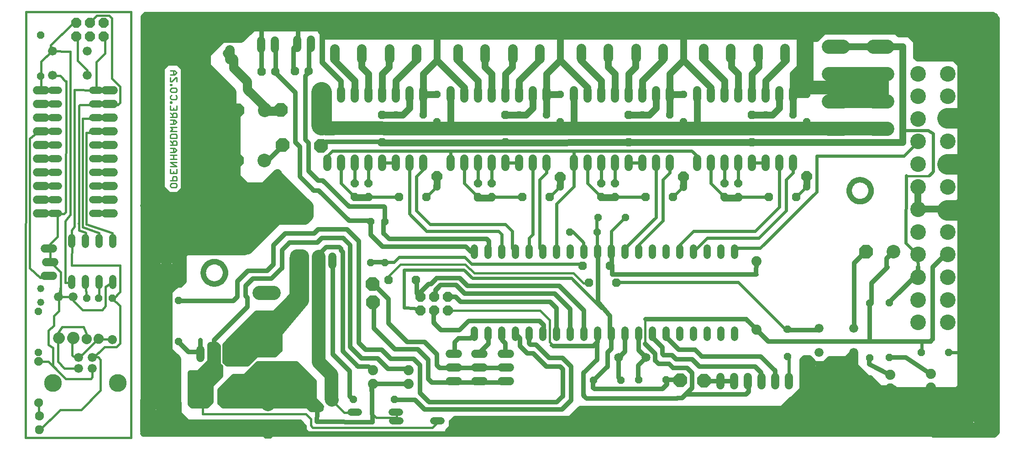
<source format=gbl>
G75*
G70*
%OFA0B0*%
%FSLAX24Y24*%
%IPPOS*%
%LPD*%
%AMOC8*
5,1,8,0,0,1.08239X$1,22.5*
%
%ADD10C,0.0400*%
%ADD11C,0.0110*%
%ADD12C,0.0520*%
%ADD13C,0.0600*%
%ADD14C,0.0705*%
%ADD15OC8,0.0520*%
%ADD16OC8,0.0630*%
%ADD17OC8,0.0600*%
%ADD18C,0.1024*%
%ADD19C,0.0740*%
%ADD20OC8,0.0740*%
%ADD21C,0.1142*%
%ADD22C,0.0650*%
%ADD23C,0.0630*%
%ADD24C,0.0660*%
%ADD25C,0.1000*%
%ADD26OC8,0.1000*%
%ADD27C,0.1300*%
%ADD28C,0.0520*%
%ADD29C,0.0500*%
%ADD30C,0.1000*%
%ADD31C,0.0240*%
%ADD32C,0.0160*%
%ADD33OC8,0.0768*%
%ADD34C,0.0320*%
%ADD35C,0.1500*%
%ADD36C,0.0860*%
%ADD37C,0.0760*%
%ADD38C,0.0560*%
%ADD39C,0.0660*%
%ADD40C,0.0120*%
D10*
X001300Y002685D02*
X001300Y002740D01*
X001330Y002770D01*
X001227Y002726D02*
X001229Y002747D01*
X001235Y002767D01*
X001244Y002787D01*
X001256Y002804D01*
X001271Y002818D01*
X001289Y002830D01*
X001309Y002838D01*
X001329Y002843D01*
X001350Y002844D01*
X001371Y002841D01*
X001391Y002835D01*
X001410Y002824D01*
X001427Y002811D01*
X001440Y002795D01*
X001451Y002777D01*
X001459Y002757D01*
X001463Y002737D01*
X001463Y002715D01*
X001459Y002695D01*
X001451Y002675D01*
X001440Y002657D01*
X001427Y002641D01*
X001410Y002628D01*
X001391Y002617D01*
X001371Y002611D01*
X001350Y002608D01*
X001329Y002609D01*
X001309Y002614D01*
X001289Y002622D01*
X001271Y002634D01*
X001256Y002648D01*
X001244Y002665D01*
X001235Y002685D01*
X001229Y002705D01*
X001227Y002726D01*
X001397Y003713D02*
X001378Y003732D01*
X001225Y003735D02*
X001227Y003757D01*
X001233Y003778D01*
X001242Y003798D01*
X001255Y003817D01*
X001270Y003832D01*
X001288Y003845D01*
X001309Y003854D01*
X001330Y003860D01*
X001352Y003862D01*
X001374Y003860D01*
X001395Y003854D01*
X001415Y003845D01*
X001434Y003832D01*
X001449Y003817D01*
X001462Y003798D01*
X001471Y003778D01*
X001477Y003757D01*
X001479Y003735D01*
X001477Y003713D01*
X001471Y003692D01*
X001462Y003672D01*
X001449Y003653D01*
X001434Y003638D01*
X001416Y003625D01*
X001395Y003616D01*
X001374Y003610D01*
X001352Y003608D01*
X001330Y003610D01*
X001309Y003616D01*
X001288Y003625D01*
X001270Y003638D01*
X001255Y003653D01*
X001242Y003671D01*
X001233Y003692D01*
X001227Y003713D01*
X001225Y003735D01*
X001397Y003713D02*
X001415Y003713D01*
X001179Y004700D02*
X001181Y004722D01*
X001187Y004743D01*
X001196Y004763D01*
X001209Y004780D01*
X001225Y004795D01*
X001243Y004807D01*
X001263Y004816D01*
X001285Y004821D01*
X001306Y004822D01*
X001328Y004819D01*
X001349Y004812D01*
X001368Y004802D01*
X001385Y004788D01*
X001400Y004772D01*
X001411Y004753D01*
X001419Y004732D01*
X001423Y004711D01*
X001423Y004689D01*
X001419Y004668D01*
X001411Y004647D01*
X001400Y004628D01*
X001385Y004612D01*
X001368Y004598D01*
X001349Y004588D01*
X001328Y004581D01*
X001306Y004578D01*
X001285Y004579D01*
X001263Y004584D01*
X001243Y004593D01*
X001225Y004605D01*
X001209Y004620D01*
X001196Y004637D01*
X001187Y004657D01*
X001181Y004678D01*
X001179Y004700D01*
X001288Y004730D02*
X001294Y004730D01*
X001288Y007711D02*
X001300Y007724D01*
X001173Y007727D02*
X001175Y007748D01*
X001181Y007768D01*
X001190Y007788D01*
X001202Y007805D01*
X001217Y007819D01*
X001235Y007831D01*
X001255Y007839D01*
X001275Y007844D01*
X001296Y007845D01*
X001317Y007842D01*
X001337Y007836D01*
X001356Y007825D01*
X001373Y007812D01*
X001386Y007796D01*
X001397Y007778D01*
X001405Y007758D01*
X001409Y007738D01*
X001409Y007716D01*
X001405Y007696D01*
X001397Y007676D01*
X001386Y007658D01*
X001373Y007642D01*
X001356Y007629D01*
X001337Y007618D01*
X001317Y007612D01*
X001296Y007609D01*
X001275Y007610D01*
X001255Y007615D01*
X001235Y007623D01*
X001217Y007635D01*
X001202Y007649D01*
X001190Y007666D01*
X001181Y007686D01*
X001175Y007706D01*
X001173Y007727D01*
X001251Y007711D02*
X001288Y007711D01*
X002556Y009423D02*
X002558Y009452D01*
X002564Y009481D01*
X002573Y009509D01*
X002587Y009535D01*
X002603Y009559D01*
X002623Y009581D01*
X002646Y009600D01*
X002670Y009616D01*
X002697Y009628D01*
X002725Y009637D01*
X002754Y009642D01*
X002783Y009643D01*
X002813Y009640D01*
X002841Y009633D01*
X002869Y009623D01*
X002894Y009608D01*
X002918Y009591D01*
X002939Y009571D01*
X002957Y009548D01*
X002972Y009522D01*
X002984Y009495D01*
X002992Y009467D01*
X002996Y009438D01*
X002996Y009408D01*
X002992Y009379D01*
X002984Y009351D01*
X002972Y009324D01*
X002957Y009298D01*
X002939Y009275D01*
X002918Y009255D01*
X002894Y009238D01*
X002869Y009223D01*
X002841Y009213D01*
X002813Y009206D01*
X002783Y009203D01*
X002754Y009204D01*
X002725Y009209D01*
X002697Y009218D01*
X002670Y009230D01*
X002646Y009246D01*
X002623Y009265D01*
X002603Y009287D01*
X002587Y009311D01*
X002573Y009337D01*
X002564Y009365D01*
X002558Y009394D01*
X002556Y009423D01*
X003580Y009429D02*
X003582Y009460D01*
X003588Y009490D01*
X003598Y009520D01*
X003611Y009548D01*
X003628Y009574D01*
X003648Y009597D01*
X003671Y009618D01*
X003697Y009636D01*
X003724Y009650D01*
X003753Y009661D01*
X003783Y009668D01*
X003814Y009671D01*
X003845Y009670D01*
X003876Y009665D01*
X003906Y009656D01*
X003934Y009644D01*
X003960Y009627D01*
X003985Y009608D01*
X004006Y009586D01*
X004025Y009561D01*
X004040Y009534D01*
X004052Y009505D01*
X004060Y009475D01*
X004064Y009445D01*
X004064Y009413D01*
X004060Y009383D01*
X004052Y009353D01*
X004040Y009324D01*
X004025Y009297D01*
X004006Y009272D01*
X003985Y009250D01*
X003960Y009231D01*
X003934Y009214D01*
X003906Y009202D01*
X003876Y009193D01*
X003845Y009188D01*
X003814Y009187D01*
X003783Y009190D01*
X003753Y009197D01*
X003724Y009208D01*
X003697Y009222D01*
X003671Y009240D01*
X003648Y009261D01*
X003628Y009284D01*
X003611Y009310D01*
X003598Y009338D01*
X003588Y009368D01*
X003582Y009398D01*
X003580Y009429D01*
X004631Y009357D02*
X004633Y009382D01*
X004639Y009407D01*
X004648Y009431D01*
X004661Y009453D01*
X004677Y009473D01*
X004695Y009491D01*
X004717Y009505D01*
X004740Y009516D01*
X004764Y009524D01*
X004789Y009528D01*
X004815Y009528D01*
X004840Y009524D01*
X004864Y009516D01*
X004888Y009505D01*
X004909Y009491D01*
X004927Y009473D01*
X004943Y009453D01*
X004956Y009431D01*
X004965Y009407D01*
X004971Y009382D01*
X004973Y009357D01*
X004971Y009332D01*
X004965Y009307D01*
X004956Y009283D01*
X004943Y009261D01*
X004927Y009241D01*
X004909Y009223D01*
X004887Y009209D01*
X004864Y009198D01*
X004840Y009190D01*
X004815Y009186D01*
X004789Y009186D01*
X004764Y009190D01*
X004740Y009198D01*
X004716Y009209D01*
X004695Y009223D01*
X004677Y009241D01*
X004661Y009261D01*
X004648Y009283D01*
X004639Y009307D01*
X004633Y009332D01*
X004631Y009357D01*
X005513Y009369D02*
X005515Y009394D01*
X005521Y009419D01*
X005530Y009443D01*
X005543Y009465D01*
X005559Y009484D01*
X005578Y009501D01*
X005600Y009515D01*
X005623Y009525D01*
X005647Y009532D01*
X005673Y009535D01*
X005698Y009534D01*
X005723Y009529D01*
X005747Y009520D01*
X005769Y009508D01*
X005789Y009493D01*
X005807Y009475D01*
X005822Y009454D01*
X005833Y009431D01*
X005841Y009407D01*
X005845Y009382D01*
X005845Y009356D01*
X005841Y009331D01*
X005833Y009307D01*
X005822Y009284D01*
X005807Y009263D01*
X005789Y009245D01*
X005769Y009230D01*
X005747Y009218D01*
X005723Y009209D01*
X005698Y009204D01*
X005673Y009203D01*
X005647Y009206D01*
X005623Y009213D01*
X005600Y009223D01*
X005578Y009237D01*
X005559Y009254D01*
X005543Y009273D01*
X005530Y009295D01*
X005521Y009319D01*
X005515Y009344D01*
X005513Y009369D01*
X006553Y009312D02*
X006555Y009334D01*
X006561Y009355D01*
X006570Y009375D01*
X006583Y009392D01*
X006599Y009407D01*
X006617Y009419D01*
X006637Y009428D01*
X006659Y009433D01*
X006680Y009434D01*
X006702Y009431D01*
X006723Y009424D01*
X006742Y009414D01*
X006759Y009400D01*
X006774Y009384D01*
X006785Y009365D01*
X006793Y009344D01*
X006797Y009323D01*
X006797Y009301D01*
X006793Y009280D01*
X006785Y009259D01*
X006774Y009240D01*
X006759Y009224D01*
X006742Y009210D01*
X006723Y009200D01*
X006702Y009193D01*
X006680Y009190D01*
X006659Y009191D01*
X006637Y009196D01*
X006617Y009205D01*
X006599Y009217D01*
X006583Y009232D01*
X006570Y009249D01*
X006561Y009269D01*
X006555Y009290D01*
X006553Y009312D01*
X010063Y005999D02*
X008923Y004859D01*
X008923Y002613D01*
X009144Y002392D01*
X010872Y002392D01*
X010544Y002393D02*
X068360Y002393D01*
X069905Y003938D01*
X067958Y003938D01*
X067369Y003349D01*
X067861Y003573D02*
X066559Y003573D01*
X065410Y002424D01*
X064287Y002424D01*
X066099Y002526D02*
X066099Y002654D01*
X066431Y002986D01*
X066406Y002679D02*
X066227Y002679D01*
X066176Y002628D01*
X067861Y003573D02*
X067886Y003548D01*
X068928Y003833D02*
X068930Y003889D01*
X068936Y003945D01*
X068946Y004001D01*
X068959Y004056D01*
X068977Y004109D01*
X068998Y004162D01*
X069023Y004212D01*
X069051Y004261D01*
X069082Y004308D01*
X069117Y004352D01*
X069155Y004394D01*
X069195Y004433D01*
X069239Y004470D01*
X069284Y004503D01*
X069332Y004533D01*
X069382Y004559D01*
X069433Y004582D01*
X069486Y004601D01*
X069541Y004617D01*
X069596Y004629D01*
X069652Y004637D01*
X069708Y004641D01*
X069764Y004641D01*
X069820Y004637D01*
X069876Y004629D01*
X069931Y004617D01*
X069986Y004601D01*
X070039Y004582D01*
X070090Y004559D01*
X070140Y004533D01*
X070188Y004503D01*
X070233Y004470D01*
X070277Y004433D01*
X070317Y004394D01*
X070355Y004352D01*
X070390Y004308D01*
X070421Y004261D01*
X070449Y004212D01*
X070474Y004162D01*
X070495Y004109D01*
X070513Y004056D01*
X070526Y004001D01*
X070536Y003945D01*
X070542Y003889D01*
X070544Y003833D01*
X070542Y003777D01*
X070536Y003721D01*
X070526Y003665D01*
X070513Y003610D01*
X070495Y003557D01*
X070474Y003504D01*
X070449Y003454D01*
X070421Y003405D01*
X070390Y003358D01*
X070355Y003314D01*
X070317Y003272D01*
X070277Y003233D01*
X070233Y003196D01*
X070188Y003163D01*
X070140Y003133D01*
X070090Y003107D01*
X070039Y003084D01*
X069986Y003065D01*
X069931Y003049D01*
X069876Y003037D01*
X069820Y003029D01*
X069764Y003025D01*
X069708Y003025D01*
X069652Y003029D01*
X069596Y003037D01*
X069541Y003049D01*
X069486Y003065D01*
X069433Y003084D01*
X069382Y003107D01*
X069332Y003133D01*
X069284Y003163D01*
X069239Y003196D01*
X069195Y003233D01*
X069155Y003272D01*
X069117Y003314D01*
X069082Y003358D01*
X069051Y003405D01*
X069023Y003454D01*
X068998Y003504D01*
X068977Y003557D01*
X068959Y003610D01*
X068946Y003665D01*
X068936Y003721D01*
X068930Y003777D01*
X068928Y003833D01*
X060477Y020198D02*
X060479Y020254D01*
X060485Y020310D01*
X060495Y020366D01*
X060509Y020420D01*
X060526Y020474D01*
X060547Y020526D01*
X060572Y020576D01*
X060601Y020625D01*
X060633Y020671D01*
X060667Y020715D01*
X060705Y020757D01*
X060746Y020795D01*
X060790Y020831D01*
X060836Y020864D01*
X060884Y020893D01*
X060934Y020919D01*
X060985Y020941D01*
X061038Y020959D01*
X061093Y020974D01*
X061148Y020985D01*
X061204Y020992D01*
X061260Y020995D01*
X061316Y020994D01*
X061372Y020989D01*
X061428Y020980D01*
X061483Y020967D01*
X061536Y020951D01*
X061589Y020930D01*
X061640Y020906D01*
X061689Y020879D01*
X061736Y020848D01*
X061780Y020814D01*
X061822Y020776D01*
X061862Y020736D01*
X061898Y020693D01*
X061932Y020648D01*
X061962Y020601D01*
X061989Y020551D01*
X062012Y020500D01*
X062031Y020447D01*
X062047Y020393D01*
X062059Y020338D01*
X062067Y020282D01*
X062071Y020226D01*
X062071Y020170D01*
X062067Y020114D01*
X062059Y020058D01*
X062047Y020003D01*
X062031Y019949D01*
X062012Y019896D01*
X061989Y019845D01*
X061962Y019795D01*
X061932Y019748D01*
X061898Y019703D01*
X061862Y019660D01*
X061822Y019620D01*
X061780Y019582D01*
X061736Y019548D01*
X061689Y019517D01*
X061640Y019490D01*
X061589Y019466D01*
X061536Y019445D01*
X061483Y019429D01*
X061428Y019416D01*
X061372Y019407D01*
X061316Y019402D01*
X061260Y019401D01*
X061204Y019404D01*
X061148Y019411D01*
X061093Y019422D01*
X061038Y019437D01*
X060985Y019455D01*
X060934Y019477D01*
X060884Y019503D01*
X060836Y019532D01*
X060790Y019565D01*
X060746Y019601D01*
X060705Y019639D01*
X060667Y019681D01*
X060633Y019725D01*
X060601Y019771D01*
X060572Y019820D01*
X060547Y019870D01*
X060526Y019922D01*
X060509Y019976D01*
X060495Y020030D01*
X060485Y020086D01*
X060479Y020142D01*
X060477Y020198D01*
X068888Y031584D02*
X068890Y031639D01*
X068896Y031694D01*
X068906Y031748D01*
X068920Y031801D01*
X068937Y031854D01*
X068959Y031904D01*
X068983Y031954D01*
X069012Y032001D01*
X069044Y032046D01*
X069078Y032088D01*
X069116Y032128D01*
X069157Y032166D01*
X069200Y032200D01*
X069246Y032231D01*
X069294Y032258D01*
X069343Y032282D01*
X069394Y032303D01*
X069447Y032319D01*
X069500Y032332D01*
X069555Y032341D01*
X069610Y032346D01*
X069665Y032347D01*
X069720Y032344D01*
X069774Y032337D01*
X069828Y032326D01*
X069882Y032311D01*
X069933Y032293D01*
X069984Y032271D01*
X070032Y032245D01*
X070079Y032216D01*
X070124Y032183D01*
X070166Y032147D01*
X070205Y032109D01*
X070241Y032067D01*
X070275Y032024D01*
X070305Y031977D01*
X070331Y031929D01*
X070355Y031879D01*
X070374Y031828D01*
X070390Y031775D01*
X070402Y031721D01*
X070410Y031666D01*
X070414Y031612D01*
X070414Y031556D01*
X070410Y031502D01*
X070402Y031447D01*
X070390Y031393D01*
X070374Y031340D01*
X070355Y031289D01*
X070331Y031239D01*
X070305Y031191D01*
X070275Y031144D01*
X070241Y031101D01*
X070205Y031059D01*
X070166Y031021D01*
X070124Y030985D01*
X070079Y030952D01*
X070033Y030923D01*
X069984Y030897D01*
X069933Y030875D01*
X069882Y030857D01*
X069828Y030842D01*
X069774Y030831D01*
X069720Y030824D01*
X069665Y030821D01*
X069610Y030822D01*
X069555Y030827D01*
X069500Y030836D01*
X069447Y030849D01*
X069394Y030865D01*
X069343Y030886D01*
X069294Y030910D01*
X069246Y030937D01*
X069200Y030968D01*
X069157Y031002D01*
X069116Y031040D01*
X069078Y031080D01*
X069044Y031122D01*
X069012Y031167D01*
X068983Y031214D01*
X068959Y031264D01*
X068937Y031314D01*
X068920Y031367D01*
X068906Y031420D01*
X068896Y031474D01*
X068890Y031529D01*
X068888Y031584D01*
X023363Y028208D02*
X023363Y027227D01*
X023365Y027248D02*
X023365Y027895D01*
X023363Y028208D02*
X022002Y029569D01*
X022002Y031698D01*
X021875Y031825D01*
X009604Y031520D02*
X009606Y031577D01*
X009612Y031633D01*
X009622Y031688D01*
X009635Y031743D01*
X009653Y031797D01*
X009674Y031849D01*
X009699Y031900D01*
X009727Y031949D01*
X009759Y031996D01*
X009794Y032041D01*
X009831Y032083D01*
X009872Y032122D01*
X009915Y032158D01*
X009961Y032192D01*
X010009Y032221D01*
X010059Y032248D01*
X010111Y032271D01*
X010164Y032290D01*
X010218Y032306D01*
X010273Y032318D01*
X010329Y032326D01*
X010386Y032330D01*
X010442Y032330D01*
X010499Y032326D01*
X010555Y032318D01*
X010610Y032306D01*
X010664Y032290D01*
X010717Y032271D01*
X010769Y032248D01*
X010819Y032221D01*
X010867Y032192D01*
X010913Y032158D01*
X010956Y032122D01*
X010997Y032083D01*
X011034Y032041D01*
X011069Y031996D01*
X011101Y031949D01*
X011129Y031900D01*
X011154Y031849D01*
X011175Y031797D01*
X011193Y031743D01*
X011206Y031688D01*
X011216Y031633D01*
X011222Y031577D01*
X011224Y031520D01*
X011222Y031463D01*
X011216Y031407D01*
X011206Y031352D01*
X011193Y031297D01*
X011175Y031243D01*
X011154Y031191D01*
X011129Y031140D01*
X011101Y031091D01*
X011069Y031044D01*
X011034Y030999D01*
X010997Y030957D01*
X010956Y030918D01*
X010913Y030882D01*
X010867Y030848D01*
X010819Y030819D01*
X010769Y030792D01*
X010717Y030769D01*
X010664Y030750D01*
X010610Y030734D01*
X010555Y030722D01*
X010499Y030714D01*
X010442Y030710D01*
X010386Y030710D01*
X010329Y030714D01*
X010273Y030722D01*
X010218Y030734D01*
X010164Y030750D01*
X010111Y030769D01*
X010059Y030792D01*
X010009Y030819D01*
X009961Y030848D01*
X009915Y030882D01*
X009872Y030918D01*
X009831Y030957D01*
X009794Y030999D01*
X009759Y031044D01*
X009727Y031091D01*
X009699Y031140D01*
X009674Y031191D01*
X009653Y031243D01*
X009635Y031297D01*
X009622Y031352D01*
X009612Y031407D01*
X009606Y031463D01*
X009604Y031520D01*
X009616Y017814D02*
X009618Y017872D01*
X009624Y017931D01*
X009634Y017988D01*
X009647Y018045D01*
X009665Y018101D01*
X009686Y018156D01*
X009711Y018208D01*
X009739Y018260D01*
X009771Y018309D01*
X009806Y018356D01*
X009844Y018400D01*
X009885Y018442D01*
X009929Y018481D01*
X009975Y018516D01*
X010024Y018549D01*
X010075Y018578D01*
X010127Y018604D01*
X010181Y018626D01*
X010237Y018645D01*
X010293Y018659D01*
X010351Y018670D01*
X010409Y018677D01*
X010467Y018680D01*
X010526Y018679D01*
X010584Y018674D01*
X010642Y018665D01*
X010699Y018652D01*
X010755Y018636D01*
X010810Y018615D01*
X010863Y018591D01*
X010915Y018564D01*
X010965Y018533D01*
X011012Y018499D01*
X011057Y018461D01*
X011100Y018421D01*
X011139Y018378D01*
X011176Y018332D01*
X011209Y018284D01*
X011239Y018234D01*
X011266Y018182D01*
X011289Y018128D01*
X011308Y018073D01*
X011324Y018017D01*
X011336Y017960D01*
X011344Y017902D01*
X011348Y017843D01*
X011348Y017785D01*
X011344Y017726D01*
X011336Y017668D01*
X011324Y017611D01*
X011308Y017555D01*
X011289Y017500D01*
X011266Y017446D01*
X011239Y017394D01*
X011209Y017344D01*
X011176Y017296D01*
X011139Y017250D01*
X011100Y017207D01*
X011057Y017167D01*
X011012Y017129D01*
X010965Y017095D01*
X010915Y017064D01*
X010863Y017037D01*
X010810Y017013D01*
X010755Y016992D01*
X010699Y016976D01*
X010642Y016963D01*
X010584Y016954D01*
X010526Y016949D01*
X010467Y016948D01*
X010409Y016951D01*
X010351Y016958D01*
X010293Y016969D01*
X010237Y016983D01*
X010181Y017002D01*
X010127Y017024D01*
X010075Y017050D01*
X010024Y017079D01*
X009975Y017112D01*
X009929Y017147D01*
X009885Y017186D01*
X009844Y017228D01*
X009806Y017272D01*
X009771Y017319D01*
X009739Y017368D01*
X009711Y017420D01*
X009686Y017472D01*
X009665Y017527D01*
X009647Y017583D01*
X009634Y017640D01*
X009624Y017697D01*
X009618Y017756D01*
X009616Y017814D01*
X013317Y014194D02*
X013319Y014251D01*
X013325Y014307D01*
X013335Y014363D01*
X013348Y014418D01*
X013366Y014471D01*
X013387Y014524D01*
X013412Y014575D01*
X013440Y014624D01*
X013472Y014671D01*
X013507Y014715D01*
X013545Y014757D01*
X013585Y014797D01*
X013629Y014833D01*
X013674Y014866D01*
X013722Y014896D01*
X013772Y014923D01*
X013824Y014946D01*
X013877Y014965D01*
X013932Y014981D01*
X013987Y014993D01*
X014043Y015001D01*
X014100Y015005D01*
X014156Y015005D01*
X014213Y015001D01*
X014269Y014993D01*
X014324Y014981D01*
X014379Y014965D01*
X014432Y014946D01*
X014484Y014923D01*
X014533Y014896D01*
X014582Y014866D01*
X014627Y014833D01*
X014671Y014797D01*
X014711Y014757D01*
X014749Y014715D01*
X014784Y014671D01*
X014816Y014624D01*
X014844Y014575D01*
X014869Y014524D01*
X014890Y014471D01*
X014908Y014418D01*
X014921Y014363D01*
X014931Y014307D01*
X014937Y014251D01*
X014939Y014194D01*
X014937Y014137D01*
X014931Y014081D01*
X014921Y014025D01*
X014908Y013970D01*
X014890Y013917D01*
X014869Y013864D01*
X014844Y013813D01*
X014816Y013764D01*
X014784Y013717D01*
X014749Y013673D01*
X014711Y013631D01*
X014671Y013591D01*
X014627Y013555D01*
X014582Y013522D01*
X014534Y013492D01*
X014484Y013465D01*
X014432Y013442D01*
X014379Y013423D01*
X014324Y013407D01*
X014269Y013395D01*
X014213Y013387D01*
X014156Y013383D01*
X014100Y013383D01*
X014043Y013387D01*
X013987Y013395D01*
X013932Y013407D01*
X013877Y013423D01*
X013824Y013442D01*
X013772Y013465D01*
X013722Y013492D01*
X013674Y013522D01*
X013629Y013555D01*
X013585Y013591D01*
X013545Y013631D01*
X013507Y013673D01*
X013472Y013717D01*
X013440Y013764D01*
X013412Y013813D01*
X013387Y013864D01*
X013366Y013917D01*
X013348Y013970D01*
X013335Y014025D01*
X013325Y014081D01*
X013319Y014137D01*
X013317Y014194D01*
X010100Y005631D02*
X010100Y004931D01*
X009879Y004711D01*
X009879Y004600D01*
X009181Y003901D01*
X009181Y004159D01*
X009511Y004159D01*
X009806Y004453D01*
X009806Y004527D01*
X009769Y004564D01*
X009217Y004564D01*
X009181Y004527D01*
X009291Y004527D01*
X009585Y004232D01*
X009585Y004159D01*
X009806Y003938D01*
X009806Y003717D01*
X009842Y003680D01*
X009806Y003680D01*
X009291Y003165D01*
X009291Y003460D01*
X009254Y003496D01*
X009254Y003680D01*
X009291Y003717D01*
X009291Y003680D01*
X009585Y003386D01*
X009585Y003312D01*
X010247Y002650D01*
X009254Y002650D01*
X009181Y002723D01*
X009181Y002944D01*
X009217Y002981D01*
X009622Y002981D01*
X009695Y002907D01*
X009695Y002834D01*
X009622Y002760D01*
X009572Y003920D02*
X009574Y003976D01*
X009580Y004031D01*
X009590Y004086D01*
X009603Y004140D01*
X009621Y004192D01*
X009642Y004244D01*
X009666Y004294D01*
X009694Y004342D01*
X009726Y004388D01*
X009760Y004431D01*
X009798Y004472D01*
X009838Y004511D01*
X009881Y004546D01*
X009927Y004578D01*
X009974Y004607D01*
X010023Y004633D01*
X010075Y004654D01*
X010127Y004673D01*
X010181Y004687D01*
X010235Y004698D01*
X010291Y004705D01*
X010346Y004708D01*
X010402Y004707D01*
X010457Y004702D01*
X010512Y004693D01*
X010566Y004681D01*
X010619Y004664D01*
X010671Y004644D01*
X010721Y004620D01*
X010770Y004593D01*
X010816Y004562D01*
X010861Y004529D01*
X010902Y004492D01*
X010941Y004452D01*
X010977Y004410D01*
X011010Y004365D01*
X011040Y004318D01*
X011066Y004269D01*
X011089Y004218D01*
X011109Y004166D01*
X011124Y004113D01*
X011136Y004058D01*
X011144Y004003D01*
X011148Y003948D01*
X011148Y003892D01*
X011144Y003837D01*
X011136Y003782D01*
X011124Y003727D01*
X011109Y003674D01*
X011089Y003622D01*
X011066Y003571D01*
X011040Y003522D01*
X011010Y003475D01*
X010977Y003430D01*
X010941Y003388D01*
X010902Y003348D01*
X010861Y003311D01*
X010816Y003278D01*
X010770Y003247D01*
X010721Y003220D01*
X010671Y003196D01*
X010619Y003176D01*
X010566Y003159D01*
X010512Y003147D01*
X010457Y003138D01*
X010402Y003133D01*
X010346Y003132D01*
X010291Y003135D01*
X010235Y003142D01*
X010181Y003153D01*
X010127Y003167D01*
X010075Y003186D01*
X010023Y003207D01*
X009974Y003233D01*
X009927Y003262D01*
X009881Y003294D01*
X009838Y003329D01*
X009798Y003368D01*
X009760Y003409D01*
X009726Y003452D01*
X009694Y003498D01*
X009666Y003546D01*
X009642Y003596D01*
X009621Y003648D01*
X009603Y003700D01*
X009590Y003754D01*
X009580Y003809D01*
X009574Y003864D01*
X009572Y003920D01*
X009107Y004453D02*
X009107Y004785D01*
X009217Y004895D01*
X009364Y004895D01*
X010100Y005631D01*
X010138Y005484D02*
X009107Y004453D01*
X010138Y005484D02*
X010210Y005484D01*
X011534Y004674D02*
X011534Y003312D01*
X012379Y002466D01*
X011901Y002466D02*
X011901Y002540D01*
X011240Y003202D01*
X011423Y002687D02*
X011423Y002650D01*
X011571Y002503D01*
X020960Y004428D02*
X021195Y004194D01*
X021854Y004194D01*
X021918Y004258D01*
X021918Y004428D01*
X021343Y005003D01*
X021343Y005046D01*
D11*
X011298Y020433D02*
X010998Y020433D01*
X010923Y020508D01*
X010923Y020658D01*
X010998Y020733D01*
X011298Y020733D01*
X011373Y020658D01*
X011373Y020508D01*
X011298Y020433D01*
X011373Y020948D02*
X010923Y020948D01*
X011073Y020948D02*
X011073Y021174D01*
X011148Y021249D01*
X011298Y021249D01*
X011373Y021174D01*
X011373Y020948D01*
X011373Y021464D02*
X010923Y021464D01*
X010923Y021764D01*
X010923Y021980D02*
X011373Y021980D01*
X010923Y022280D01*
X011373Y022280D01*
X011373Y022495D02*
X010923Y022495D01*
X011148Y022495D02*
X011148Y022796D01*
X011148Y023011D02*
X011148Y023311D01*
X011223Y023311D02*
X010923Y023311D01*
X010923Y023527D02*
X011373Y023527D01*
X011373Y023752D01*
X011298Y023827D01*
X011148Y023827D01*
X011073Y023752D01*
X011073Y023527D01*
X011073Y023677D02*
X010923Y023827D01*
X010923Y024042D02*
X010923Y024267D01*
X010998Y024342D01*
X011298Y024342D01*
X011373Y024267D01*
X011373Y024042D01*
X010923Y024042D01*
X010923Y024558D02*
X011073Y024708D01*
X010923Y024858D01*
X011373Y024858D01*
X011223Y025073D02*
X011373Y025224D01*
X011223Y025374D01*
X010923Y025374D01*
X010923Y025589D02*
X011373Y025589D01*
X011373Y025814D01*
X011298Y025889D01*
X011148Y025889D01*
X011073Y025814D01*
X011073Y025589D01*
X011073Y025739D02*
X010923Y025889D01*
X010923Y026105D02*
X010923Y026405D01*
X010923Y026620D02*
X010923Y026695D01*
X010998Y026695D01*
X010998Y026620D01*
X010923Y026620D01*
X010998Y026878D02*
X010923Y026953D01*
X010923Y027103D01*
X010998Y027178D01*
X010998Y027394D02*
X010923Y027469D01*
X010923Y027619D01*
X010998Y027694D01*
X011298Y027694D01*
X011373Y027619D01*
X011373Y027469D01*
X011298Y027394D01*
X010998Y027394D01*
X011298Y027178D02*
X011373Y027103D01*
X011373Y026953D01*
X011298Y026878D01*
X010998Y026878D01*
X011373Y026405D02*
X011373Y026105D01*
X010923Y026105D01*
X011148Y026105D02*
X011148Y026255D01*
X011148Y025374D02*
X011148Y025073D01*
X011223Y025073D02*
X010923Y025073D01*
X010923Y024558D02*
X011373Y024558D01*
X011223Y023311D02*
X011373Y023161D01*
X011223Y023011D01*
X010923Y023011D01*
X010923Y022796D02*
X011373Y022796D01*
X011373Y021764D02*
X011373Y021464D01*
X011148Y021464D02*
X011148Y021614D01*
X010998Y027909D02*
X010998Y027985D01*
X010923Y027985D01*
X010923Y027909D01*
X010998Y027909D01*
X010998Y028167D02*
X010923Y028167D01*
X010923Y028468D01*
X010923Y028683D02*
X011223Y028683D01*
X011373Y028833D01*
X011223Y028983D01*
X010923Y028983D01*
X011148Y028983D02*
X011148Y028683D01*
X011298Y028468D02*
X010998Y028167D01*
X011373Y028167D02*
X011373Y028468D01*
X011298Y028468D01*
D12*
X005747Y027535D02*
X005227Y027535D01*
X005227Y026535D02*
X005747Y026535D01*
X005747Y025535D02*
X005227Y025535D01*
X005227Y024535D02*
X005747Y024535D01*
X005747Y023535D02*
X005227Y023535D01*
X005227Y022535D02*
X005747Y022535D01*
X005747Y021535D02*
X005227Y021535D01*
X005227Y020535D02*
X005747Y020535D01*
X005747Y019535D02*
X005227Y019535D01*
X005227Y018535D02*
X005747Y018535D01*
X002747Y018535D02*
X002227Y018535D01*
X002227Y019535D02*
X002747Y019535D01*
X002747Y020535D02*
X002227Y020535D01*
X002227Y021535D02*
X002747Y021535D01*
X002747Y022535D02*
X002227Y022535D01*
X002227Y023535D02*
X002747Y023535D01*
X002747Y024535D02*
X002227Y024535D01*
X002227Y025535D02*
X002747Y025535D01*
X002747Y026535D02*
X002227Y026535D01*
X002227Y027535D02*
X002747Y027535D01*
X003692Y016780D02*
X003692Y016260D01*
X004692Y016260D02*
X004692Y016780D01*
X005692Y016780D02*
X005692Y016260D01*
X006692Y016260D02*
X006692Y016780D01*
X006692Y013780D02*
X006692Y013260D01*
X005692Y013260D02*
X005692Y013780D01*
X004692Y013780D02*
X004692Y013260D01*
X003692Y013260D02*
X003692Y013780D01*
X024113Y004003D02*
X024633Y004003D01*
X027113Y004003D02*
X027633Y004003D01*
X027674Y003365D02*
X027154Y003365D01*
X030154Y003365D02*
X030674Y003365D01*
X033115Y009488D02*
X033115Y010008D01*
X034115Y010008D02*
X034115Y009488D01*
X035115Y009488D02*
X035115Y010008D01*
X036115Y010008D02*
X036115Y009488D01*
X037115Y009488D02*
X037115Y010008D01*
X038115Y010008D02*
X038115Y009488D01*
X039115Y009488D02*
X039115Y010008D01*
X040115Y010008D02*
X040115Y009488D01*
X041115Y009488D02*
X041115Y010008D01*
X042115Y010008D02*
X042115Y009488D01*
X043115Y009488D02*
X043115Y010008D01*
X044115Y010008D02*
X044115Y009488D01*
X045115Y009488D02*
X045115Y010008D01*
X046115Y010008D02*
X046115Y009488D01*
X047115Y009488D02*
X047115Y010008D01*
X048115Y010008D02*
X048115Y009488D01*
X049115Y009488D02*
X049115Y010008D01*
X050115Y010008D02*
X050115Y009488D01*
X051115Y009488D02*
X051115Y010008D01*
X052115Y010008D02*
X052115Y009488D01*
X052115Y015488D02*
X052115Y016008D01*
X051115Y016008D02*
X051115Y015488D01*
X050115Y015488D02*
X050115Y016008D01*
X049115Y016008D02*
X049115Y015488D01*
X048115Y015488D02*
X048115Y016008D01*
X047115Y016008D02*
X047115Y015488D01*
X046115Y015488D02*
X046115Y016008D01*
X045115Y016008D02*
X045115Y015488D01*
X044115Y015488D02*
X044115Y016008D01*
X043115Y016008D02*
X043115Y015488D01*
X042115Y015488D02*
X042115Y016008D01*
X041115Y016008D02*
X041115Y015488D01*
X040115Y015488D02*
X040115Y016008D01*
X039115Y016008D02*
X039115Y015488D01*
X038115Y015488D02*
X038115Y016008D01*
X037115Y016008D02*
X037115Y015488D01*
X036115Y015488D02*
X036115Y016008D01*
X035115Y016008D02*
X035115Y015488D01*
X034115Y015488D02*
X034115Y016008D01*
X033115Y016008D02*
X033115Y015488D01*
D13*
X022748Y015379D02*
X022748Y014779D01*
X021748Y014779D02*
X021748Y015379D01*
X020748Y015379D02*
X020748Y014779D01*
X015116Y008590D02*
X015116Y007990D01*
X014116Y007990D02*
X014116Y008590D01*
X013116Y008590D02*
X013116Y007990D01*
X002352Y013962D02*
X001752Y013962D01*
X001852Y014962D02*
X002452Y014962D01*
X002352Y015962D02*
X001752Y015962D01*
X001787Y018535D02*
X001187Y018535D01*
X001187Y019535D02*
X001787Y019535D01*
X001787Y020535D02*
X001187Y020535D01*
X001187Y021535D02*
X001787Y021535D01*
X001787Y022535D02*
X001187Y022535D01*
X001187Y023535D02*
X001787Y023535D01*
X001787Y024535D02*
X001187Y024535D01*
X001187Y025535D02*
X001787Y025535D01*
X001787Y026535D02*
X001187Y026535D01*
X001187Y027535D02*
X001787Y027535D01*
X006187Y027535D02*
X006787Y027535D01*
X006787Y026535D02*
X006187Y026535D01*
X006187Y025535D02*
X006787Y025535D01*
X006787Y024535D02*
X006187Y024535D01*
X006187Y023535D02*
X006787Y023535D01*
X006787Y022535D02*
X006187Y022535D01*
X006187Y021535D02*
X006787Y021535D01*
X006787Y020535D02*
X006187Y020535D01*
X006187Y019535D02*
X006787Y019535D01*
X006787Y018535D02*
X006187Y018535D01*
X022365Y021948D02*
X022365Y022548D01*
X023365Y022548D02*
X023365Y021948D01*
X024365Y021948D02*
X024365Y022548D01*
X025365Y022548D02*
X025365Y021948D01*
X026365Y021948D02*
X026365Y022548D01*
X027365Y022548D02*
X027365Y021948D01*
X028365Y021948D02*
X028365Y022548D01*
X029365Y022548D02*
X029365Y021948D01*
X031365Y021948D02*
X031365Y022548D01*
X032365Y022548D02*
X032365Y021948D01*
X033365Y021948D02*
X033365Y022548D01*
X034365Y022548D02*
X034365Y021948D01*
X035365Y021948D02*
X035365Y022548D01*
X036365Y022548D02*
X036365Y021948D01*
X037365Y021948D02*
X037365Y022548D01*
X038365Y022548D02*
X038365Y021948D01*
X040365Y021948D02*
X040365Y022548D01*
X041365Y022548D02*
X041365Y021948D01*
X042365Y021948D02*
X042365Y022548D01*
X043365Y022548D02*
X043365Y021948D01*
X044365Y021948D02*
X044365Y022548D01*
X045365Y022548D02*
X045365Y021948D01*
X046365Y021948D02*
X046365Y022548D01*
X047365Y022548D02*
X047365Y021948D01*
X049365Y021948D02*
X049365Y022548D01*
X050365Y022548D02*
X050365Y021948D01*
X051365Y021948D02*
X051365Y022548D01*
X052365Y022548D02*
X052365Y021948D01*
X053365Y021948D02*
X053365Y022548D01*
X054365Y022548D02*
X054365Y021948D01*
X055365Y021948D02*
X055365Y022548D01*
X056365Y022548D02*
X056365Y021948D01*
X056365Y026948D02*
X056365Y027548D01*
X055365Y027548D02*
X055365Y026948D01*
X054365Y026948D02*
X054365Y027548D01*
X053365Y027548D02*
X053365Y026948D01*
X052365Y026948D02*
X052365Y027548D01*
X051365Y027548D02*
X051365Y026948D01*
X050365Y026948D02*
X050365Y027548D01*
X049365Y027548D02*
X049365Y026948D01*
X047365Y026948D02*
X047365Y027548D01*
X046365Y027548D02*
X046365Y026948D01*
X045365Y026948D02*
X045365Y027548D01*
X044365Y027548D02*
X044365Y026948D01*
X043365Y026948D02*
X043365Y027548D01*
X042365Y027548D02*
X042365Y026948D01*
X041365Y026948D02*
X041365Y027548D01*
X040365Y027548D02*
X040365Y026948D01*
X038365Y026948D02*
X038365Y027548D01*
X037365Y027548D02*
X037365Y026948D01*
X036365Y026948D02*
X036365Y027548D01*
X035365Y027548D02*
X035365Y026948D01*
X034365Y026948D02*
X034365Y027548D01*
X033365Y027548D02*
X033365Y026948D01*
X032365Y026948D02*
X032365Y027548D01*
X031365Y027548D02*
X031365Y026948D01*
X029365Y026948D02*
X029365Y027548D01*
X028365Y027548D02*
X028365Y026948D01*
X027365Y026948D02*
X027365Y027548D01*
X026365Y027548D02*
X026365Y026948D01*
X025365Y026948D02*
X025365Y027548D01*
X024365Y027548D02*
X024365Y026948D01*
X023365Y026948D02*
X023365Y027548D01*
X022365Y027548D02*
X022365Y026948D01*
X018542Y030591D02*
X018542Y031191D01*
X017542Y031191D02*
X017542Y030591D01*
X020188Y030628D02*
X020188Y031228D01*
X021188Y031228D02*
X021188Y030628D01*
X031315Y008259D02*
X031915Y008259D01*
X033187Y008259D02*
X033787Y008259D01*
X035101Y008259D02*
X035701Y008259D01*
X035701Y007259D02*
X035101Y007259D01*
X033787Y007259D02*
X033187Y007259D01*
X031915Y007259D02*
X031315Y007259D01*
X031315Y006259D02*
X031915Y006259D01*
X033187Y006259D02*
X033787Y006259D01*
X035101Y006259D02*
X035701Y006259D01*
X051081Y006560D02*
X051081Y005960D01*
X052081Y005960D02*
X052081Y006560D01*
X053081Y006560D02*
X053081Y005960D01*
X054081Y005960D02*
X054081Y006560D01*
X055081Y006560D02*
X055081Y005960D01*
X056081Y005960D02*
X056081Y006560D01*
D14*
X022717Y005513D02*
X022717Y004808D01*
X020749Y004808D02*
X020749Y005513D01*
X015218Y005513D02*
X015218Y004808D01*
X013250Y004808D02*
X013250Y005513D01*
X013282Y029814D02*
X013282Y030519D01*
X015250Y030519D02*
X015250Y029814D01*
X022897Y029858D02*
X022897Y030563D01*
X024865Y030563D02*
X024865Y029858D01*
X026903Y029858D02*
X026903Y030563D01*
X028871Y030563D02*
X028871Y029858D01*
X031901Y029858D02*
X031901Y030563D01*
X033870Y030563D02*
X033870Y029858D01*
X035907Y029858D02*
X035907Y030563D01*
X037876Y030563D02*
X037876Y029858D01*
X040906Y029895D02*
X040906Y030600D01*
X042874Y030600D02*
X042874Y029895D01*
X044912Y029895D02*
X044912Y030600D01*
X046880Y030600D02*
X046880Y029895D01*
X049837Y029895D02*
X049837Y030600D01*
X051805Y030600D02*
X051805Y029895D01*
X053806Y029895D02*
X053806Y030600D01*
X055774Y030600D02*
X055774Y029895D01*
D15*
X057365Y027248D03*
X056365Y025748D03*
X057365Y025248D03*
X057365Y024498D03*
X054365Y025748D03*
X048365Y025248D03*
X048365Y024498D03*
X047365Y025748D03*
X045365Y025748D03*
X048365Y027248D03*
X039365Y027248D03*
X038365Y025748D03*
X039365Y025248D03*
X039365Y024498D03*
X036365Y025748D03*
X030365Y025248D03*
X029365Y025748D03*
X030365Y024498D03*
X027365Y025748D03*
X030365Y027248D03*
X030365Y020498D03*
X026569Y017951D03*
X025540Y017951D03*
X025540Y014951D03*
X026569Y014951D03*
X039365Y020498D03*
X042129Y018255D03*
X042066Y017190D03*
X040066Y017190D03*
X044129Y018255D03*
X048365Y020498D03*
X057365Y020498D03*
X061960Y011989D03*
X063411Y012008D03*
X055978Y010067D03*
X055978Y008067D03*
X061960Y007989D03*
X063411Y008008D03*
X065735Y008388D03*
X067735Y008388D03*
X047093Y006367D03*
X045093Y006367D03*
X043816Y006336D03*
X041816Y006336D03*
X027263Y004926D03*
X024263Y004926D03*
X011506Y009180D03*
X006681Y009329D03*
X005670Y009355D03*
X004807Y009342D03*
X001281Y008391D03*
X001303Y007736D03*
X001303Y004736D03*
X001281Y011391D03*
X004807Y012342D03*
X005670Y012355D03*
X006681Y012329D03*
X011506Y012180D03*
X001455Y028582D03*
X001455Y031582D03*
D16*
X017579Y028906D03*
X020005Y028943D03*
X026365Y025748D03*
X026365Y023748D03*
X027615Y019748D03*
X029615Y019748D03*
X036615Y019748D03*
X038615Y019748D03*
X045615Y019748D03*
X047615Y019748D03*
X054615Y019748D03*
X056615Y019748D03*
X053365Y023748D03*
X053365Y025748D03*
X044365Y025748D03*
X044365Y023748D03*
X035365Y023748D03*
X035365Y025748D03*
X041008Y014693D03*
X043008Y014693D03*
X043481Y013482D03*
X041481Y013482D03*
X028851Y013667D03*
X026851Y013667D03*
D17*
X025365Y019748D03*
X024365Y019748D03*
X024365Y020748D03*
X025365Y020748D03*
X033365Y020748D03*
X034365Y020748D03*
X034365Y019748D03*
X033365Y019748D03*
X042365Y019748D03*
X043365Y019748D03*
X043365Y020748D03*
X042365Y020748D03*
X051365Y020748D03*
X052365Y020748D03*
X052365Y019748D03*
X051365Y019748D03*
D18*
X058979Y024748D02*
X060002Y024748D01*
X062229Y024748D02*
X063252Y024748D01*
X063252Y026748D02*
X062229Y026748D01*
X060002Y026748D02*
X058979Y026748D01*
X058979Y028748D02*
X060002Y028748D01*
X062229Y028748D02*
X063252Y028748D01*
X063252Y030748D02*
X062229Y030748D01*
X060002Y030748D02*
X058979Y030748D01*
X018441Y012731D02*
X017417Y012731D01*
X017417Y010731D02*
X018441Y010731D01*
X018441Y008731D02*
X017417Y008731D01*
X017417Y006731D02*
X018441Y006731D01*
D19*
X025716Y007059D03*
X025716Y006059D03*
X028319Y006059D03*
X028319Y007059D03*
X053710Y010025D03*
X063482Y006738D03*
X063482Y005738D03*
X066430Y005811D03*
X066430Y006811D03*
X053710Y015025D03*
D20*
X031175Y012457D03*
X030175Y012457D03*
X029175Y012457D03*
X029175Y011457D03*
X030175Y011457D03*
X031175Y011457D03*
X006034Y031482D03*
X005034Y031482D03*
X004034Y031482D03*
X004034Y032482D03*
X005034Y032482D03*
X006034Y032482D03*
D21*
X065507Y028757D03*
X067672Y028757D03*
X067672Y027103D03*
X065507Y027103D03*
X065507Y025450D03*
X067672Y025450D03*
X067672Y023796D03*
X065507Y023796D03*
X065507Y022143D03*
X067672Y022143D03*
X067672Y020489D03*
X065507Y020489D03*
X065507Y018836D03*
X067672Y018836D03*
X067672Y017182D03*
X065507Y017182D03*
X065507Y015529D03*
X067672Y015529D03*
X067672Y013875D03*
X065507Y013875D03*
X065507Y012222D03*
X067672Y012222D03*
X067672Y010568D03*
X065507Y010568D03*
D22*
X045637Y008015D03*
X043637Y008015D03*
D23*
X021005Y028943D03*
X018579Y028906D03*
D24*
X004852Y028637D03*
X002293Y028637D03*
X002293Y030409D03*
X004852Y030409D03*
X003791Y012441D03*
X002737Y012441D03*
X002737Y009441D03*
X003791Y009441D03*
X004208Y007997D03*
X005192Y007997D03*
X005192Y007217D03*
X004208Y007217D03*
X058262Y008369D03*
X060821Y008369D03*
X060821Y010141D03*
X058262Y010141D03*
D25*
X063705Y015736D03*
X018037Y004566D03*
X017788Y022406D03*
X017814Y026061D03*
D26*
X018967Y026095D03*
X021969Y026064D03*
X021918Y023480D03*
X019110Y023556D03*
X015788Y022406D03*
X015814Y026061D03*
X020248Y013514D03*
X025685Y013390D03*
X025714Y012031D03*
X018037Y002566D03*
X048126Y006331D03*
X049887Y006306D03*
X061705Y015736D03*
D27*
X007070Y006147D03*
X002330Y006147D03*
D28*
X001376Y003720D03*
X001376Y002720D03*
X001440Y012029D03*
X001440Y013029D03*
D29*
X024363Y019713D02*
X025405Y019713D01*
X030363Y020466D02*
X030363Y021254D01*
X030376Y020466D02*
X030363Y020466D01*
X033317Y019670D02*
X034359Y019670D01*
X034359Y019755D01*
X039368Y020478D02*
X039380Y020478D01*
X039380Y021180D01*
X042355Y019713D02*
X043397Y019713D01*
X048361Y020441D02*
X048361Y021204D01*
X051351Y019691D02*
X052414Y019691D01*
X057366Y020478D02*
X057366Y021241D01*
X057390Y020478D02*
X057366Y020478D01*
X053365Y023748D02*
X064365Y023748D01*
X064365Y024623D01*
X064365Y030748D01*
X059490Y030748D01*
X058740Y031998D02*
X066990Y031998D01*
X068615Y030373D01*
X068615Y025623D01*
X068615Y022248D01*
X068615Y019498D01*
X068615Y005623D01*
X067740Y018873D02*
X065740Y018873D01*
X065490Y019123D01*
X065490Y020498D01*
X068115Y018998D02*
X068615Y019498D01*
X068115Y018998D02*
X067865Y018998D01*
X067740Y018873D01*
X067740Y022123D02*
X068490Y022123D01*
X068615Y022248D01*
X068490Y025498D02*
X067740Y025498D01*
X068490Y025498D02*
X068615Y025623D01*
X068615Y030373D02*
X068615Y031623D01*
X068240Y031998D01*
X053615Y031998D01*
X053490Y031873D01*
X053115Y031873D01*
X053865Y030248D02*
X053865Y029248D01*
X053365Y028748D01*
X053365Y027248D01*
X052365Y027248D02*
X052365Y028748D01*
X051865Y029248D01*
X051865Y030248D01*
X049865Y030248D02*
X049865Y029748D01*
X051365Y028248D01*
X051365Y027248D01*
X050365Y027248D02*
X050365Y027748D01*
X048365Y029748D01*
X048365Y031748D01*
X046865Y030248D02*
X046865Y029748D01*
X045365Y028248D01*
X045365Y027248D01*
X046365Y027248D02*
X046365Y026248D01*
X045865Y025748D01*
X045365Y025748D01*
X044365Y025748D01*
X047365Y025748D02*
X047365Y027248D01*
X048365Y027248D01*
X049365Y027248D02*
X049365Y024748D01*
X048365Y024748D02*
X048365Y025248D01*
X047365Y027248D02*
X047365Y028748D01*
X048365Y029748D01*
X044865Y029248D02*
X044865Y030248D01*
X044865Y029248D02*
X044365Y028748D01*
X044365Y027248D01*
X043365Y027248D02*
X043365Y028748D01*
X042865Y029248D01*
X042865Y030248D01*
X040865Y030248D02*
X040865Y029748D01*
X042365Y028248D01*
X042365Y027248D01*
X041365Y027248D02*
X041365Y027748D01*
X039365Y029748D01*
X039365Y031748D01*
X037865Y030248D02*
X037865Y029748D01*
X036365Y028248D01*
X036365Y027248D01*
X035365Y027248D02*
X035365Y028748D01*
X035865Y029248D01*
X035865Y030248D01*
X033865Y030248D02*
X033865Y029248D01*
X034365Y028748D01*
X034365Y027248D01*
X033365Y027248D02*
X033365Y028248D01*
X031865Y029748D01*
X031865Y030248D01*
X030365Y029748D02*
X032365Y027748D01*
X032365Y027248D01*
X031365Y027248D02*
X031365Y024748D01*
X030365Y024748D02*
X030365Y025248D01*
X029365Y025748D02*
X029365Y027248D01*
X030365Y027248D01*
X029365Y027248D02*
X029365Y028748D01*
X030365Y029748D01*
X030365Y031748D01*
X028865Y030248D02*
X028865Y029748D01*
X027365Y028248D01*
X027365Y027248D01*
X026365Y027248D02*
X026365Y028748D01*
X026865Y029248D01*
X026865Y030248D01*
X024865Y030248D02*
X024865Y029248D01*
X025365Y028748D01*
X025365Y027248D01*
X024365Y027248D02*
X024365Y028248D01*
X022865Y029748D01*
X022865Y030248D01*
X022378Y027323D02*
X022378Y024844D01*
X022378Y025120D01*
X026365Y025748D02*
X027365Y025748D01*
X027865Y025748D01*
X028365Y026248D01*
X028365Y027248D01*
X035365Y025748D02*
X036365Y025748D01*
X036865Y025748D01*
X037365Y026248D01*
X037365Y027248D01*
X038365Y027248D02*
X038365Y025748D01*
X039365Y025248D02*
X039365Y024748D01*
X040365Y024748D02*
X040365Y027248D01*
X039365Y027248D02*
X038365Y027248D01*
X038365Y028748D01*
X039365Y029748D01*
X026271Y023722D02*
X053365Y023748D01*
X053365Y025748D02*
X054365Y025748D01*
X054865Y025748D01*
X055365Y026248D01*
X055365Y027248D01*
X054365Y027248D02*
X054365Y028248D01*
X055865Y029748D01*
X055865Y030248D01*
X056865Y029248D02*
X056865Y031248D01*
X056865Y029248D02*
X056365Y028748D01*
X056365Y027248D01*
X056365Y025748D01*
X057365Y025248D02*
X057365Y024748D01*
X057365Y027248D02*
X056365Y027248D01*
X067490Y031873D02*
X067615Y031873D01*
X068240Y031248D01*
X068240Y031623D01*
D30*
X068331Y032145D02*
X068184Y032293D01*
X068144Y032346D02*
X017132Y032346D01*
X022270Y031748D02*
X030365Y031748D01*
X039365Y031748D01*
X048365Y031748D01*
X057365Y031748D01*
X057990Y031748D01*
X057365Y031748D02*
X057365Y027748D01*
X059490Y027748D01*
X059490Y028748D01*
X062865Y028748D01*
X062865Y026873D01*
X062740Y026748D01*
X059615Y026748D01*
X059615Y027748D01*
X059990Y028123D01*
X061990Y028123D01*
X062115Y027998D01*
X062115Y027373D01*
X060240Y027373D01*
X059990Y027623D01*
X059490Y026748D02*
X059490Y028748D01*
X068144Y032348D02*
X068888Y031604D01*
X068888Y004492D01*
X067611Y003216D01*
X022718Y004924D02*
X022674Y004968D01*
X022674Y006735D01*
X021748Y007661D01*
X021748Y015380D01*
X020531Y015392D02*
X020134Y015392D01*
X020115Y015169D01*
X020115Y012430D01*
X018527Y010841D01*
X018477Y010759D02*
X018477Y008704D01*
X018354Y008582D01*
X017998Y008589D02*
X017998Y010886D01*
X018324Y010913D02*
X018477Y010759D01*
X017954Y009696D02*
X020557Y012299D01*
X020531Y015392D01*
X020549Y012191D02*
X018304Y009517D01*
X018086Y009517D01*
X017954Y009649D02*
X017954Y009696D01*
X017601Y007088D02*
X017424Y006911D01*
X017424Y006381D01*
X017689Y006117D01*
X019188Y006117D01*
X019939Y005366D01*
X020160Y004880D02*
X020865Y004880D01*
X020954Y004968D01*
X020954Y005985D01*
X019851Y007088D01*
X017601Y007088D01*
X017777Y006735D02*
X019055Y006735D01*
X020645Y005145D01*
X020160Y004880D02*
X018791Y006249D01*
X017821Y006249D01*
X022270Y024744D02*
X022821Y024744D01*
X022543Y024764D02*
X030365Y024748D01*
X031365Y024748D01*
X039365Y024748D01*
X040365Y024748D01*
X048365Y024748D01*
X049365Y024748D01*
X057365Y024748D01*
X062865Y024748D01*
X022215Y024885D02*
X022151Y024822D01*
X022151Y024971D01*
X022215Y024885D02*
X022215Y027312D01*
D31*
X022740Y023123D02*
X031365Y023123D01*
X031365Y022248D01*
X032365Y022248D02*
X032365Y020748D01*
X033365Y019748D01*
X034365Y019748D02*
X036615Y019748D01*
X038615Y019748D02*
X039365Y020498D01*
X040365Y020498D02*
X040365Y022248D01*
X040365Y023123D01*
X048990Y023123D01*
X049365Y022748D01*
X049365Y022248D01*
X050365Y022248D02*
X050365Y020748D01*
X051365Y019748D01*
X052365Y019748D02*
X052615Y019748D01*
X054615Y019748D01*
X055365Y018998D02*
X053615Y017248D01*
X049115Y017248D01*
X048115Y016248D01*
X048115Y015748D01*
X049115Y015748D02*
X050115Y016748D01*
X053865Y016748D01*
X055865Y018748D01*
X055865Y020998D01*
X056365Y021498D01*
X056365Y022248D01*
X055365Y022248D02*
X055365Y018998D01*
X056615Y019748D02*
X057365Y020498D01*
X058115Y020123D02*
X053990Y015998D01*
X052365Y015998D01*
X052115Y015748D01*
X053740Y014078D02*
X043159Y014129D01*
X043115Y015248D01*
X043099Y015796D02*
X043099Y017244D01*
X044141Y018286D01*
X042100Y018244D02*
X042036Y018180D01*
X042036Y017265D01*
X042057Y017222D02*
X042079Y017201D01*
X042079Y015817D01*
X041164Y015668D02*
X041079Y015753D01*
X041079Y016413D01*
X040291Y017201D01*
X039994Y017201D01*
X038115Y015748D02*
X037865Y015998D01*
X037865Y020998D01*
X038365Y021498D01*
X038365Y022248D01*
X037365Y022248D02*
X037365Y016998D01*
X037115Y016748D01*
X037115Y015748D01*
X036115Y015748D02*
X035865Y015998D01*
X035865Y017248D01*
X035365Y017748D01*
X029865Y017748D01*
X028865Y018748D01*
X028865Y021248D01*
X029365Y021748D01*
X029365Y022248D01*
X028365Y022248D02*
X028365Y018498D01*
X029615Y017248D01*
X034865Y017248D01*
X035115Y016998D01*
X035115Y015748D01*
X034146Y015732D02*
X034146Y016477D01*
X033933Y016690D01*
X033997Y016669D02*
X034103Y016562D01*
X033997Y016669D02*
X031084Y016669D01*
X031084Y016690D01*
X031105Y016136D02*
X031126Y016115D01*
X032487Y016115D01*
X032806Y015796D01*
X033146Y015796D01*
X032404Y015339D02*
X032907Y014837D01*
X040851Y014837D01*
X041005Y014683D01*
X040193Y013795D02*
X042371Y011618D01*
X043434Y013513D02*
X052363Y013513D01*
X055941Y009935D01*
X055992Y010038D02*
X055992Y010089D01*
X056043Y010140D01*
X055967Y008070D02*
X056069Y007968D01*
X056069Y006307D01*
X065772Y008367D02*
X065772Y009042D01*
X065803Y009073D01*
X067733Y008367D02*
X068498Y008367D01*
X068621Y008490D01*
X065424Y014028D02*
X065505Y014286D01*
X065490Y015623D01*
X065365Y015623D01*
X064615Y016373D01*
X064633Y021319D01*
X066311Y021319D02*
X066543Y021498D01*
X066615Y021623D02*
X066615Y024373D01*
X066240Y024623D01*
X064365Y024623D01*
X065490Y023873D02*
X065490Y023748D01*
X064490Y022748D01*
X058115Y022748D01*
X058115Y020123D01*
X054365Y022248D02*
X053365Y022248D01*
X052365Y022248D02*
X052365Y020748D01*
X051365Y020748D02*
X051365Y022248D01*
X048365Y020498D02*
X047615Y019748D01*
X046865Y020998D02*
X047365Y021498D01*
X047365Y022248D01*
X046365Y022248D02*
X046365Y018248D01*
X044115Y015998D01*
X044115Y015748D01*
X045115Y015748D02*
X045115Y016248D01*
X046865Y017998D01*
X046865Y020998D01*
X045615Y019748D02*
X043365Y019748D01*
X042365Y019748D02*
X041365Y020748D01*
X041365Y022248D01*
X042365Y022248D02*
X042365Y020748D01*
X043365Y020748D02*
X043365Y022248D01*
X044365Y022248D02*
X045365Y022248D01*
X040365Y023123D02*
X031365Y023123D01*
X033365Y022248D02*
X033365Y020748D01*
X034365Y020748D02*
X034365Y022248D01*
X035365Y022248D02*
X036365Y022248D01*
X039115Y019248D02*
X040365Y020498D01*
X039115Y019248D02*
X039115Y015748D01*
X040193Y013795D02*
X032972Y013808D01*
X032971Y013809D02*
X032356Y014407D01*
X029907Y014407D01*
X027967Y014403D01*
X027988Y013509D01*
X027988Y011636D01*
X028754Y011613D01*
X028958Y011430D01*
X029141Y011366D01*
X027238Y014960D02*
X026510Y014960D01*
X027238Y014960D02*
X027617Y015339D01*
X032404Y015339D01*
X029615Y019748D02*
X030365Y020498D01*
X027615Y019748D02*
X025365Y019748D01*
X024365Y019748D02*
X023365Y020748D01*
X023365Y022248D01*
X022365Y022248D02*
X022365Y022748D01*
X022740Y023123D01*
X024365Y022248D02*
X024365Y020748D01*
X025365Y020748D02*
X025365Y022248D01*
X026365Y022248D02*
X027365Y022248D01*
X042133Y013743D02*
X042184Y013794D01*
X038814Y008919D02*
X038723Y008919D01*
X066365Y021373D02*
X066615Y021623D01*
X058226Y031366D02*
X057873Y031366D01*
X057858Y031381D01*
X058226Y031366D02*
X058535Y031674D01*
X058459Y031802D02*
X060354Y031802D01*
X060490Y031990D02*
X060512Y032012D01*
X058181Y032012D01*
X058106Y031937D01*
X057547Y032132D02*
X061716Y032132D01*
X057547Y032132D02*
X057364Y031949D01*
X057364Y031694D01*
D32*
X001392Y002150D02*
X000334Y002150D01*
X000364Y033273D01*
X008039Y033273D01*
X008039Y002142D01*
X000805Y002142D01*
X001376Y002693D02*
X002873Y004190D01*
X004392Y004190D01*
X005802Y005600D01*
X005802Y007854D01*
X005629Y008028D01*
X005260Y008028D01*
X005253Y007945D02*
X006091Y008784D01*
X006983Y008784D01*
X007233Y009033D01*
X007233Y011765D01*
X006644Y012353D01*
X006740Y012318D02*
X006771Y012318D01*
X007245Y012792D01*
X007245Y013990D01*
X007252Y014731D01*
X006918Y014731D01*
X006326Y014741D01*
X006106Y014733D02*
X004388Y014733D01*
X003718Y014728D01*
X003726Y016463D01*
X003774Y016572D01*
X003716Y016324D02*
X003704Y017280D01*
X003718Y017303D01*
X003907Y017581D01*
X003913Y018133D01*
X003919Y018156D02*
X003919Y024290D01*
X003916Y024563D01*
X003916Y025691D01*
X003916Y026393D01*
X003916Y027588D01*
X005363Y027551D01*
X005484Y027551D01*
X005511Y027556D02*
X005511Y029612D01*
X006138Y030240D01*
X006138Y031397D01*
X006064Y031470D01*
X005056Y032492D02*
X005056Y032517D01*
X005548Y033009D01*
X006433Y033009D01*
X006642Y032800D01*
X006642Y028418D01*
X007245Y027815D01*
X007245Y026633D01*
X007073Y026461D01*
X006519Y026461D01*
X006483Y026498D01*
X005480Y026484D02*
X005178Y026484D01*
X005279Y026482D02*
X004294Y026482D01*
X004234Y026422D01*
X004234Y024118D01*
X004234Y017829D01*
X004222Y017817D01*
X004232Y017811D02*
X004232Y017317D01*
X004713Y017146D01*
X004694Y017151D02*
X004731Y017114D01*
X004731Y016625D01*
X005703Y016513D02*
X005703Y017108D01*
X004510Y017527D01*
X004510Y017692D01*
X004510Y017767D01*
X004512Y017744D02*
X004514Y017805D01*
X004510Y024063D01*
X004511Y025230D01*
X004517Y025479D01*
X005166Y025479D01*
X005468Y025479D01*
X005529Y024475D02*
X005226Y024449D01*
X004781Y024446D01*
X004790Y017753D01*
X004803Y017750D02*
X006686Y017093D01*
X006686Y016868D01*
X003606Y018439D02*
X003453Y018234D01*
X003233Y017971D01*
X003234Y017957D02*
X003236Y017514D01*
X003232Y014211D01*
X003240Y013478D01*
X003707Y013478D01*
X002922Y013215D02*
X002783Y012464D01*
X002785Y012432D01*
X002820Y012446D02*
X003784Y012446D01*
X003827Y012403D01*
X003827Y012425D02*
X003827Y012145D01*
X004512Y011460D01*
X005946Y011460D01*
X006160Y011760D01*
X006162Y013162D01*
X006685Y013508D01*
X005694Y013600D02*
X005694Y013070D01*
X005693Y012362D01*
X004812Y012353D02*
X004704Y013340D01*
X004704Y013554D01*
X004693Y013473D01*
X005686Y013581D02*
X005683Y013135D01*
X005686Y013581D02*
X005694Y013600D01*
X006106Y014733D02*
X006887Y014735D01*
X002920Y014253D02*
X002184Y014990D01*
X002153Y014915D02*
X002153Y015962D01*
X002079Y016035D01*
X002157Y015964D02*
X002157Y016307D01*
X002683Y016834D01*
X002683Y018362D01*
X002605Y018440D01*
X002531Y018510D02*
X002689Y018510D01*
X002525Y018544D01*
X002534Y018519D02*
X003139Y018519D01*
X003278Y018644D01*
X003281Y019072D01*
X003283Y019062D02*
X003292Y026705D01*
X003292Y026706D02*
X003292Y028192D01*
X003289Y028170D02*
X002858Y028605D01*
X002312Y028603D01*
X001476Y029625D02*
X001476Y027556D01*
X003610Y027556D02*
X003606Y018454D01*
X000639Y014550D02*
X001394Y013831D01*
X001999Y013831D01*
X002131Y013962D01*
X002920Y014253D02*
X002920Y012475D01*
X002782Y012394D02*
X002782Y011419D01*
X002402Y011039D01*
X002402Y010332D01*
X001997Y009967D01*
X001997Y008930D01*
X002330Y008702D01*
X002330Y007390D01*
X003269Y006451D01*
X005096Y006451D01*
X005204Y006559D01*
X005204Y007191D01*
X004229Y007197D02*
X003189Y007197D01*
X002693Y007694D01*
X002693Y009410D01*
X002738Y009455D01*
X002768Y009485D02*
X002738Y009516D01*
X002738Y009832D01*
X003001Y010225D01*
X004567Y010225D01*
X004786Y009771D01*
X004786Y009410D01*
X005599Y009335D02*
X004259Y007995D01*
X004229Y007995D02*
X003927Y007995D01*
X003732Y008191D01*
X003732Y009365D01*
X003792Y009425D01*
X005599Y009335D02*
X005689Y009335D01*
X005704Y009350D01*
X006869Y009329D01*
X005253Y007945D02*
X005253Y007927D01*
X002570Y007161D02*
X002006Y007724D01*
X001311Y007724D01*
X001441Y004753D02*
X001311Y004623D01*
X001311Y003756D01*
X011242Y004003D02*
X011603Y004003D01*
X012199Y003407D01*
X020407Y003407D01*
X020790Y003024D01*
X020790Y002748D01*
X021088Y002450D01*
X020854Y002578D02*
X012624Y002578D01*
X011795Y003407D01*
X011795Y003599D01*
X011773Y003620D01*
X011816Y003620D01*
X011986Y003450D01*
X011986Y003365D01*
X012135Y003216D01*
X012135Y003429D01*
X011901Y003663D01*
X011731Y003663D01*
X011667Y003726D01*
X011667Y003641D01*
X011901Y003407D01*
X013264Y003875D02*
X020812Y003875D01*
X021173Y003514D01*
X021173Y003025D01*
X021322Y002876D01*
X030041Y002876D01*
X030488Y003322D01*
X027426Y003280D02*
X027426Y003939D01*
X027383Y003982D01*
X027383Y003599D02*
X025937Y003599D01*
X025660Y003875D01*
X024342Y003982D02*
X023598Y003982D01*
X022768Y004812D01*
X013346Y005510D02*
X013264Y003875D01*
X013346Y005510D02*
X012260Y005510D01*
X004812Y012288D02*
X004812Y012353D01*
X000639Y014550D02*
X000639Y024008D01*
X001184Y024446D01*
X001578Y024446D01*
X003613Y027409D02*
X003591Y030324D01*
X003600Y030364D02*
X002954Y030364D01*
X002928Y030375D02*
X002879Y030424D01*
X002276Y030424D01*
X001476Y029625D01*
X002190Y030301D02*
X002190Y030844D01*
X003801Y032455D01*
X003986Y032455D01*
X004010Y032480D01*
X004022Y031470D02*
X004133Y031360D01*
X004133Y029698D01*
X004834Y028997D01*
X004834Y028603D01*
X026807Y013893D02*
X027722Y014809D01*
X032446Y014809D01*
X033096Y014159D01*
X040345Y014159D01*
X041025Y013479D01*
X041069Y013449D02*
X041497Y013449D01*
X041512Y013464D01*
X038618Y010746D02*
X037909Y011455D01*
X031162Y011455D01*
X030175Y011457D02*
X030175Y010666D01*
X030668Y010114D01*
X032028Y010114D01*
X032514Y010606D01*
X037882Y010606D01*
X038115Y010373D01*
X038115Y009748D01*
X038990Y009748D02*
X039115Y009873D01*
X039115Y010373D01*
X038618Y010746D02*
X038618Y009150D01*
X038880Y008837D01*
X040115Y009748D02*
X040115Y010373D01*
X045581Y010856D02*
X045581Y009009D01*
X045598Y010807D02*
X045581Y010856D01*
X052968Y010807D02*
X053490Y010284D01*
X047173Y006342D02*
X047142Y006373D01*
X041875Y005698D02*
X041783Y005790D01*
X041079Y005238D02*
X041293Y005024D01*
X029175Y011457D02*
X028925Y011457D01*
X030175Y012457D02*
X030175Y012707D01*
X030550Y013082D01*
X031175Y012457D02*
X031675Y012457D01*
X026807Y013627D02*
X026807Y013893D01*
X056740Y027498D02*
X056740Y027623D01*
X056740Y028748D01*
X056615Y028623D01*
X056615Y027623D01*
X056865Y027873D01*
X056865Y028873D01*
X056865Y027873D02*
X056865Y027373D01*
X068081Y031575D02*
X068786Y031575D01*
X068786Y031277D01*
X068652Y031277D01*
X068783Y031535D02*
X068783Y032166D01*
X068081Y032166D01*
X068081Y031575D01*
X068349Y031078D02*
X068374Y031078D01*
X068374Y031013D01*
X068686Y031604D02*
X068686Y032011D01*
X068676Y032007D02*
X068528Y032007D01*
X068528Y032018D01*
X068686Y031604D02*
X068738Y031604D01*
X066383Y021377D02*
X066297Y021291D01*
X064624Y021291D01*
X068672Y005771D02*
X068786Y005771D01*
D33*
X057370Y021231D03*
X048360Y021205D03*
X039376Y021180D03*
X030366Y021256D03*
D34*
X027252Y023761D02*
X022276Y023761D01*
X021994Y023480D01*
X021019Y023678D02*
X020762Y023935D01*
X020762Y028576D01*
X021056Y028870D01*
X021056Y030711D01*
X021277Y030932D01*
X020248Y030932D02*
X020248Y032147D01*
X020174Y032221D01*
X019439Y032295D02*
X019034Y032700D01*
X010985Y032700D01*
X010030Y031744D01*
X010030Y003166D01*
X010765Y002431D01*
X024364Y002431D01*
X025678Y003266D02*
X025650Y004343D01*
X025650Y005668D01*
X025618Y005590D02*
X025618Y005974D01*
X025720Y006076D01*
X028323Y006076D01*
X028374Y006025D01*
X029141Y005411D02*
X029779Y004773D01*
X029819Y004730D02*
X039102Y004730D01*
X039563Y005191D01*
X039563Y007141D01*
X039368Y007336D01*
X038359Y007336D01*
X037402Y008293D01*
X036977Y008293D01*
X036445Y008825D01*
X036445Y009392D01*
X036108Y009729D01*
X035124Y009813D02*
X035124Y009280D01*
X035379Y009025D01*
X035379Y008238D01*
X034146Y009004D02*
X034146Y009749D01*
X034167Y009770D01*
X033189Y009770D02*
X032827Y009408D01*
X031955Y009408D01*
X031658Y009110D01*
X031658Y008238D01*
X030382Y008238D02*
X029467Y009153D01*
X028192Y009153D01*
X026851Y010493D01*
X026851Y012282D01*
X025746Y013388D01*
X025767Y011962D02*
X025767Y010152D01*
X027319Y008599D01*
X028978Y008599D01*
X029744Y007833D01*
X029744Y006450D01*
X030020Y006173D01*
X035358Y006173D01*
X035443Y006259D01*
X035465Y007238D02*
X030573Y007238D01*
X030382Y007429D01*
X030382Y008238D01*
X029141Y007455D02*
X028681Y007915D01*
X026997Y007915D01*
X026333Y008579D01*
X025159Y008579D01*
X024674Y009064D01*
X024674Y016498D01*
X023806Y017367D01*
X021714Y017367D01*
X021407Y017060D01*
X019314Y017060D01*
X018447Y016193D01*
X018447Y014812D01*
X017987Y014353D01*
X016583Y014353D01*
X015818Y013587D01*
X015818Y012544D01*
X015804Y012458D02*
X015502Y012156D01*
X011453Y012156D01*
X011658Y013283D02*
X010102Y013283D01*
X010511Y013309D02*
X011659Y013309D01*
X011863Y013513D01*
X011863Y015558D01*
X011991Y015685D01*
X016048Y015685D01*
X018267Y013765D02*
X019059Y014557D01*
X019059Y015835D01*
X019621Y016396D01*
X021637Y016396D01*
X021969Y016728D01*
X023525Y016728D01*
X024036Y016217D01*
X024036Y008783D01*
X024879Y007941D01*
X026052Y007941D01*
X026818Y007174D01*
X028197Y007174D01*
X028299Y007072D01*
X029141Y007455D02*
X029141Y005411D01*
X028783Y004901D02*
X029473Y004211D01*
X039503Y004211D01*
X040167Y004875D01*
X040167Y007328D01*
X039529Y007966D01*
X038586Y007966D01*
X037615Y008937D01*
X037207Y008937D01*
X037104Y009039D01*
X037104Y009729D01*
X038175Y009697D02*
X038175Y010391D01*
X037880Y010687D01*
X032698Y010687D01*
X032019Y010007D01*
X030690Y010007D01*
X030144Y010554D01*
X030144Y011499D01*
X030217Y012474D02*
X030262Y012519D01*
X030262Y012932D01*
X030631Y013302D01*
X031782Y013302D01*
X032418Y012666D01*
X038987Y012666D01*
X040110Y011544D01*
X040110Y009697D01*
X039091Y009771D02*
X039091Y011618D01*
X038648Y012061D01*
X032122Y012061D01*
X031753Y012430D01*
X031192Y012430D01*
X031177Y012445D01*
X032033Y013804D02*
X032594Y013243D01*
X039296Y013243D01*
X041114Y011425D01*
X041114Y009741D01*
X041099Y009726D01*
X042104Y009949D02*
X042104Y009157D01*
X042105Y009136D02*
X041814Y008837D01*
X038880Y008837D01*
X041079Y006863D02*
X042059Y007843D01*
X042059Y009009D01*
X042824Y008365D02*
X043100Y008641D01*
X043100Y009776D01*
X043136Y009778D02*
X043013Y009900D01*
X043013Y011035D01*
X042132Y012066D01*
X042132Y015165D01*
X042142Y014944D02*
X042142Y015753D01*
X043078Y015668D02*
X043163Y015753D01*
X043078Y015668D02*
X043155Y015553D01*
X043165Y014084D01*
X053683Y014084D01*
X053699Y015059D01*
X053775Y015115D01*
X060842Y014920D02*
X061760Y015839D01*
X063215Y015251D02*
X063700Y015736D01*
X063215Y015251D02*
X063215Y014586D01*
X063266Y014612D02*
X062092Y013438D01*
X062092Y011980D01*
X061967Y011988D02*
X061963Y009236D01*
X060842Y010140D02*
X060842Y014920D01*
X063341Y012021D02*
X064107Y012755D01*
X065504Y014152D01*
X065504Y014595D01*
X066568Y014618D02*
X066568Y009345D01*
X066415Y009192D01*
X066455Y009181D02*
X064630Y009181D01*
X064865Y009167D02*
X054576Y009167D01*
X053619Y010125D01*
X053735Y010015D02*
X053788Y010068D01*
X053796Y009963D02*
X053043Y010716D01*
X052968Y010807D02*
X045598Y010807D01*
X045091Y009745D02*
X045091Y008549D01*
X045672Y007967D01*
X045611Y007967D02*
X045060Y007416D01*
X045060Y006403D01*
X043896Y006311D02*
X043651Y006556D01*
X043651Y007967D01*
X044111Y008426D01*
X044111Y009684D01*
X045581Y009009D02*
X046316Y008274D01*
X046316Y007783D01*
X046561Y007538D01*
X047326Y007538D01*
X047361Y007506D02*
X047616Y007251D01*
X048637Y007251D01*
X049020Y006868D01*
X049020Y005769D01*
X048279Y005029D01*
X047948Y005029D01*
X047908Y005024D02*
X041293Y005024D01*
X041261Y005028D02*
X041099Y005191D01*
X041099Y005280D01*
X041079Y005238D02*
X041079Y006863D01*
X041783Y006311D02*
X041783Y005790D01*
X041875Y005698D02*
X046836Y005698D01*
X047173Y006035D01*
X047173Y006342D01*
X047157Y006382D02*
X048101Y006382D01*
X048203Y006280D01*
X048561Y005300D02*
X052942Y005300D01*
X053156Y005514D01*
X053156Y006189D01*
X053095Y006250D01*
X054056Y006273D02*
X054091Y006237D01*
X054056Y006273D02*
X054056Y006911D01*
X053613Y007355D01*
X049538Y007355D01*
X049006Y007887D01*
X047855Y007887D01*
X047554Y008188D01*
X046916Y008188D01*
X046827Y008277D01*
X046827Y008738D01*
X046136Y009429D01*
X046136Y009713D01*
X047111Y009695D02*
X047111Y009499D01*
X048050Y008560D01*
X049236Y008560D01*
X049715Y008082D01*
X054020Y008082D01*
X055066Y007035D01*
X055066Y006273D01*
X055101Y006237D01*
X056145Y004824D02*
X057090Y005769D01*
X057090Y007865D01*
X057013Y007815D02*
X057217Y008019D01*
X057574Y008019D01*
X057855Y007738D01*
X057855Y007712D01*
X058008Y007559D01*
X058672Y007559D01*
X059055Y007942D01*
X060280Y007942D01*
X060663Y008325D01*
X060944Y008325D01*
X060969Y008300D01*
X060969Y007405D01*
X060842Y007278D01*
X060816Y007250D02*
X060816Y007250D01*
X060867Y007199D01*
X060867Y007046D01*
X061225Y006688D01*
X061250Y006688D01*
X061097Y006841D01*
X060791Y006841D01*
X060561Y006612D01*
X060510Y006612D01*
X060357Y006765D01*
X060357Y007148D01*
X060663Y007454D01*
X060663Y007556D01*
X060688Y007533D02*
X060612Y007457D01*
X060688Y007533D02*
X060688Y008095D01*
X060739Y007993D02*
X060739Y007942D01*
X060765Y007917D01*
X060631Y007752D02*
X062195Y006188D01*
X062195Y006065D01*
X062869Y005391D01*
X063236Y005391D01*
X063512Y005667D01*
X063517Y005687D02*
X068336Y005687D01*
X068531Y005882D01*
X068720Y005729D02*
X068720Y004840D01*
X067502Y003548D01*
X067005Y003767D02*
X066913Y003675D01*
X054965Y003675D01*
X054996Y003573D02*
X055558Y003011D01*
X056222Y003011D01*
X056324Y003113D01*
X056159Y002939D02*
X066361Y002939D01*
X066606Y002694D01*
X066576Y002663D02*
X066637Y002602D01*
X066576Y002663D02*
X056159Y002663D01*
X056247Y002679D02*
X056273Y002653D01*
X056247Y002679D02*
X031617Y002679D01*
X031642Y002857D02*
X056324Y002857D01*
X055558Y003011D02*
X031821Y003011D01*
X031642Y002883D02*
X031642Y003139D01*
X031745Y003241D01*
X054638Y003241D01*
X056247Y004850D01*
X056313Y004870D02*
X067893Y004870D01*
X067924Y004840D01*
X068016Y004840D02*
X068016Y004778D01*
X067862Y004625D01*
X067954Y004748D02*
X068016Y004686D01*
X068016Y004779D01*
X068322Y005085D01*
X068291Y005085D01*
X068230Y005146D01*
X068230Y005054D01*
X068016Y004840D01*
X067954Y004748D02*
X067954Y005177D01*
X068230Y005453D01*
X068322Y005453D01*
X068444Y005330D01*
X068444Y005330D01*
X068383Y005269D01*
X068383Y004962D01*
X067770Y004349D01*
X056037Y004349D01*
X055976Y004288D01*
X056251Y004502D02*
X056313Y004564D01*
X068199Y004564D01*
X068322Y004349D02*
X067770Y004349D01*
X067954Y004135D02*
X067985Y004165D01*
X067954Y004135D02*
X055485Y004135D01*
X055583Y004313D02*
X056247Y004978D01*
X056374Y004962D02*
X058242Y004962D01*
X059805Y006526D01*
X062041Y006526D01*
X062746Y005821D01*
X063757Y005821D01*
X064094Y005483D01*
X063447Y006751D02*
X061957Y007502D01*
X061957Y007982D01*
X060631Y007752D02*
X060602Y007752D01*
X060586Y007763D02*
X059209Y007763D01*
X058774Y007329D01*
X058213Y007329D01*
X058187Y007303D01*
X060586Y007303D01*
X060816Y007250D02*
X060842Y007224D01*
X060842Y007148D01*
X060535Y006841D01*
X060688Y006688D01*
X060944Y006688D01*
X060995Y006739D01*
X061250Y006739D01*
X061327Y006663D01*
X061378Y006663D01*
X061429Y006612D01*
X061735Y006188D02*
X061827Y006096D01*
X061735Y006188D02*
X059713Y006188D01*
X059872Y006356D02*
X062041Y006356D01*
X062067Y006331D01*
X062195Y005974D02*
X059407Y005974D01*
X059284Y005698D02*
X062348Y005698D01*
X062379Y005729D01*
X060127Y006152D02*
X060127Y006689D01*
X057575Y006689D01*
X057498Y006766D01*
X057498Y007609D01*
X057549Y007660D01*
X057677Y007533D02*
X057421Y007789D01*
X057421Y005744D01*
X057294Y005617D01*
X057243Y005642D02*
X056783Y005182D01*
X056783Y004518D01*
X057039Y005003D02*
X057524Y005488D01*
X057524Y006817D01*
X057753Y006766D02*
X057830Y006842D01*
X057830Y007532D01*
X057830Y007533D02*
X057677Y007533D01*
X057855Y007583D02*
X057855Y007149D01*
X058187Y006817D01*
X058544Y006817D01*
X058289Y007098D02*
X060152Y007098D01*
X060306Y007251D01*
X060127Y007250D02*
X060535Y007659D01*
X060229Y007687D02*
X059999Y007457D01*
X059208Y007457D01*
X060127Y007250D02*
X060127Y006689D01*
X060050Y006740D02*
X060025Y006766D01*
X057753Y006766D01*
X057779Y006536D02*
X057779Y005335D01*
X057549Y005105D01*
X057830Y005207D02*
X057830Y006255D01*
X058060Y006485D01*
X059412Y006485D01*
X059489Y006408D01*
X059413Y006408D01*
X058034Y005029D01*
X058034Y006459D01*
X058111Y006536D01*
X058953Y006536D01*
X059157Y006331D01*
X059081Y006331D01*
X058238Y005488D01*
X058238Y006229D01*
X058213Y006255D01*
X058774Y006255D01*
X058851Y006331D01*
X058672Y006331D01*
X058468Y006127D01*
X058468Y006025D01*
X058519Y005974D01*
X058794Y005545D02*
X068046Y005545D01*
X068536Y005330D02*
X068567Y005299D01*
X068536Y005330D02*
X058855Y005330D01*
X058610Y005054D02*
X068138Y005054D01*
X068444Y003920D02*
X068567Y003797D01*
X068444Y003920D02*
X055516Y003920D01*
X055482Y003828D02*
X055252Y004058D01*
X040933Y004058D01*
X040805Y004288D02*
X040090Y003573D01*
X031693Y003573D01*
X031413Y003292D01*
X031413Y002934D01*
X031132Y002653D01*
X031132Y002449D01*
X031362Y002474D02*
X031362Y002602D01*
X031642Y002883D01*
X028783Y004901D02*
X027201Y004901D01*
X024262Y004924D02*
X023997Y005189D01*
X023997Y007000D01*
X022762Y008235D01*
X022762Y015081D01*
X022301Y016090D02*
X021586Y015375D01*
X021586Y015170D01*
X021703Y015441D02*
X021703Y015663D01*
X022301Y016090D02*
X023245Y016090D01*
X023373Y015962D01*
X023373Y015834D01*
X023500Y015707D01*
X023500Y008476D01*
X024623Y007353D01*
X025389Y007353D01*
X025670Y007072D01*
X021438Y006239D02*
X020110Y007567D01*
X017294Y007567D01*
X015202Y005475D01*
X015573Y005475D01*
X017009Y006911D01*
X017009Y004641D01*
X017080Y004570D01*
X019844Y004570D01*
X019862Y004588D01*
X017488Y004588D01*
X017328Y004748D01*
X019720Y004748D01*
X019808Y004836D01*
X016991Y004836D01*
X016938Y004890D01*
X019472Y004890D01*
X019596Y005014D01*
X016921Y005014D01*
X016867Y005067D01*
X019294Y005067D01*
X019702Y005475D01*
X018391Y005475D01*
X018356Y005439D01*
X018320Y005439D01*
X018338Y005422D01*
X019206Y005422D01*
X019330Y005297D01*
X017133Y005297D01*
X017115Y005280D01*
X017718Y005439D02*
X018320Y005439D01*
X020448Y004932D02*
X020448Y004827D01*
X020848Y004426D01*
X021827Y004426D01*
X021876Y004377D01*
X021970Y004423D02*
X021392Y004508D01*
X020973Y004512D01*
X021056Y004674D02*
X021680Y004674D01*
X021613Y003310D01*
X025678Y003266D01*
X021410Y004318D02*
X021222Y004819D01*
X021415Y004987D01*
X021355Y004901D02*
X021410Y004318D01*
X021279Y004464D02*
X021438Y004624D01*
X021438Y006239D01*
X021355Y005175D02*
X021355Y004901D01*
X021403Y004588D02*
X021243Y004428D01*
X014759Y004428D01*
X014511Y004677D01*
X014511Y005599D01*
X014706Y005794D01*
X014706Y005794D01*
X015557Y006645D01*
X016761Y006645D01*
X015999Y006397D02*
X015981Y006379D01*
X015733Y006379D01*
X014989Y005635D01*
X014989Y005617D01*
X014600Y006679D02*
X013891Y005970D01*
X013891Y004782D01*
X013566Y004457D01*
X012550Y004457D01*
X012499Y004457D02*
X012336Y004619D01*
X012336Y006866D01*
X012388Y006918D01*
X012977Y006918D01*
X013788Y007729D01*
X013788Y008917D01*
X013848Y008977D01*
X014284Y008977D01*
X014446Y008814D01*
X014446Y008464D01*
X014378Y008396D01*
X014378Y007558D01*
X014600Y007336D01*
X014600Y006679D01*
X012695Y006772D02*
X012482Y006559D01*
X012473Y006559D01*
X014889Y007674D02*
X014889Y008080D01*
X014931Y008122D01*
X014931Y008343D01*
X014883Y008099D02*
X014883Y008897D01*
X015113Y009127D01*
X015113Y009164D01*
X017222Y011272D01*
X018639Y011272D01*
X018745Y011379D01*
X017399Y011024D02*
X017399Y010615D01*
X015574Y008790D01*
X015574Y008809D01*
X017417Y010652D01*
X017399Y011024D02*
X015058Y008684D01*
X015025Y008684D01*
X014108Y008401D02*
X014108Y009271D01*
X016532Y011696D01*
X016532Y012386D01*
X016405Y012513D01*
X016405Y013229D01*
X016941Y013765D01*
X018267Y013765D01*
X011940Y013564D02*
X011940Y015481D01*
X012093Y015634D01*
X011940Y013564D02*
X011658Y013283D01*
X018931Y009746D02*
X018960Y009774D01*
X018931Y009746D02*
X018931Y008557D01*
X018540Y008165D01*
X017195Y008165D01*
X016525Y007496D01*
X015067Y007496D01*
X014889Y007674D01*
X013112Y008247D02*
X013112Y009271D01*
X012237Y008394D02*
X011537Y009093D01*
X012237Y008394D02*
X013117Y008394D01*
X017344Y008478D02*
X017586Y008236D01*
X017586Y008229D01*
X014830Y004464D02*
X021279Y004464D01*
X008997Y002584D02*
X008864Y002451D01*
X070459Y002451D01*
X070900Y002893D01*
X070900Y032567D01*
X070636Y032832D01*
X009041Y032832D01*
X008997Y032788D01*
X008997Y002584D01*
X008908Y002407D02*
X008953Y002363D01*
X070724Y002363D01*
X071077Y002716D01*
X071077Y032435D01*
X070680Y032832D01*
X070636Y032832D01*
X070680Y032744D02*
X070856Y032744D01*
X071077Y032964D01*
X071160Y033005D02*
X071160Y032431D01*
X071075Y032346D01*
X070735Y032197D02*
X070097Y032834D01*
X070097Y032878D01*
X069906Y032665D02*
X069906Y032643D01*
X070863Y031686D01*
X070756Y031452D02*
X069672Y032536D01*
X069672Y032920D01*
X069204Y032941D02*
X069204Y032898D01*
X070246Y031856D01*
X070310Y031388D02*
X068991Y032707D01*
X068970Y032707D01*
X068629Y032707D02*
X070289Y031048D01*
X068376Y030236D02*
X065799Y030236D01*
X065774Y030261D01*
X065774Y031283D01*
X065467Y031589D01*
X066716Y031589D01*
X067891Y030415D01*
X066054Y030415D01*
X066029Y030440D01*
X066029Y030619D01*
X066029Y030900D01*
X066309Y031181D01*
X066513Y031181D01*
X066922Y030772D01*
X066284Y030772D01*
X066284Y030925D01*
X066539Y030925D01*
X066565Y030951D01*
X066411Y030951D01*
X066029Y030900D02*
X066029Y031283D01*
X065901Y031411D01*
X066538Y031411D01*
X067406Y030542D01*
X066105Y030542D01*
X066029Y030619D01*
X065518Y030134D02*
X065518Y031258D01*
X065085Y031692D01*
X064319Y031692D01*
X064268Y031743D01*
X066869Y031743D01*
X068376Y030236D01*
X068401Y029955D02*
X065697Y029955D01*
X065518Y030134D01*
X065314Y029955D02*
X065467Y029802D01*
X068146Y029802D01*
X068555Y029393D01*
X065314Y029955D02*
X065314Y031079D01*
X064829Y031564D01*
X064115Y031564D01*
X063911Y031768D01*
X058630Y031768D01*
X058119Y031257D01*
X057405Y031257D01*
X068545Y032707D02*
X068629Y032707D01*
X070522Y032707D02*
X070522Y032537D01*
X070693Y032367D01*
X071297Y032788D02*
X070989Y033097D01*
X009085Y033097D01*
X008908Y032920D01*
X008908Y002407D01*
X028893Y012709D02*
X029148Y012454D01*
X029169Y012489D02*
X029169Y012770D01*
X029789Y013390D01*
X029937Y013390D01*
X030262Y013715D01*
X030262Y013715D01*
X030350Y013804D01*
X032033Y013804D01*
X028893Y013667D02*
X028893Y012709D01*
X025517Y014970D02*
X025491Y014944D01*
X025517Y014970D02*
X026563Y014970D01*
X026411Y016120D02*
X025542Y016989D01*
X025542Y017909D01*
X025517Y017934D01*
X025576Y018006D02*
X023964Y018006D01*
X021754Y020215D01*
X021389Y020215D01*
X020358Y021246D01*
X020358Y023420D01*
X020027Y023751D01*
X020027Y027363D01*
X018594Y028796D01*
X018594Y030785D01*
X018483Y030895D01*
X019917Y030601D02*
X020248Y030932D01*
X019917Y030601D02*
X019917Y028796D01*
X017565Y028870D02*
X017565Y032111D01*
X017638Y032184D01*
X016916Y031938D02*
X016686Y031709D01*
X017758Y026009D02*
X018855Y026009D01*
X018957Y026112D01*
X019136Y023505D02*
X017960Y022330D01*
X017783Y022330D01*
X021019Y021651D02*
X021019Y023678D01*
X021019Y021651D02*
X021719Y020952D01*
X022048Y020952D01*
X023963Y019037D01*
X026495Y019037D01*
X026569Y018963D01*
X026569Y018042D01*
X026589Y017960D02*
X026487Y017858D01*
X026487Y017091D01*
X026895Y016682D01*
X033991Y016682D01*
X034169Y016503D01*
X034169Y015711D01*
X033199Y015736D02*
X032868Y015736D01*
X032485Y016120D01*
X026411Y016120D01*
X035103Y009834D02*
X035124Y009813D01*
X034146Y009004D02*
X033402Y008259D01*
X033402Y008216D01*
X040856Y004313D02*
X055583Y004313D01*
X055150Y003930D02*
X055073Y003854D01*
X040703Y003854D01*
X040601Y003700D02*
X055073Y003700D01*
X055277Y003496D01*
X055118Y003460D02*
X068169Y003460D01*
X068199Y003430D01*
X066484Y002847D02*
X066453Y002817D01*
X055455Y002817D01*
X055022Y003266D02*
X054869Y003419D01*
X039836Y003419D01*
X040448Y003573D02*
X054996Y003573D01*
X054015Y003276D02*
X066147Y003276D01*
X066331Y003092D01*
X066621Y002319D02*
X071077Y002319D01*
X071297Y002540D01*
X071297Y032788D01*
X067640Y015445D02*
X067396Y015445D01*
X066568Y014618D01*
X063492Y011986D02*
X063341Y012021D01*
X058340Y010089D02*
X058264Y010012D01*
X055839Y010012D01*
X057013Y007815D02*
X057013Y005642D01*
X058289Y007098D02*
X058136Y007251D01*
X060535Y006841D02*
X060535Y006841D01*
X063375Y008009D02*
X064597Y008009D01*
X066423Y006822D01*
X052115Y006281D02*
X049878Y006281D01*
X042824Y007353D02*
X041783Y006311D01*
X042824Y007353D02*
X042824Y008365D01*
D35*
X018741Y010672D02*
X016238Y008170D01*
X015546Y008149D01*
X013794Y006705D02*
X013113Y006024D01*
X013113Y005088D01*
X015155Y005131D02*
X016515Y005131D01*
X017877Y006492D01*
X021939Y025018D02*
X021939Y027412D01*
X067630Y025498D02*
X068906Y025498D01*
X068931Y025473D01*
X069059Y022125D02*
X067655Y022125D01*
X067655Y018777D02*
X068548Y018777D01*
X069219Y030948D02*
X068083Y032084D01*
X069219Y030948D02*
X069219Y004393D01*
X068895Y004068D01*
X068895Y004039D01*
X067876Y003020D01*
X067108Y003020D01*
D36*
X014176Y007003D02*
X013687Y006471D01*
X014176Y007003D02*
X014176Y008471D01*
D37*
X011302Y007862D02*
X011302Y004084D01*
X010792Y003931D02*
X010588Y003727D01*
X010792Y003931D02*
X010792Y007862D01*
X011022Y007633D01*
X011022Y003573D01*
X011354Y003241D01*
X011022Y002807D02*
X010307Y003522D01*
X010307Y014194D01*
X010766Y013641D02*
X011046Y013922D01*
X011226Y014015D02*
X011226Y013427D01*
X010690Y012892D01*
X010690Y008475D01*
X011302Y007862D01*
X011378Y013564D02*
X010766Y013564D01*
X010766Y013641D01*
X011378Y013564D02*
X011684Y013870D01*
X011684Y015864D01*
X016303Y015864D01*
X015028Y016595D02*
X012052Y016595D01*
X011610Y017036D01*
X015175Y017036D01*
X015249Y016963D01*
X012382Y016963D01*
X011831Y017514D01*
X014734Y017514D01*
X014771Y017551D01*
X015028Y016595D02*
X014918Y016484D01*
X011353Y016484D01*
X011046Y031326D02*
X011557Y031836D01*
X015818Y031836D01*
X015946Y031708D01*
X016380Y031836D02*
X016584Y032040D01*
X016584Y032245D01*
X016507Y032322D01*
X011072Y032322D01*
X010383Y031633D01*
X011429Y032066D02*
X011455Y032092D01*
X015078Y031887D02*
X015180Y031785D01*
D38*
X011901Y003131D02*
X020216Y003131D01*
X020471Y002875D01*
X020471Y002684D01*
X020493Y002663D01*
X012241Y002663D01*
X011773Y003131D01*
D39*
X009166Y005146D02*
X009166Y032378D01*
X009381Y032593D01*
X009902Y032593D01*
X009411Y032102D01*
X009411Y031059D01*
X009687Y030783D01*
X009687Y005606D01*
X010739Y013920D02*
X010739Y014080D01*
X011374Y014716D01*
X011374Y015618D01*
X010950Y016041D01*
X010950Y015404D01*
X010739Y015193D01*
X010739Y015087D01*
X010686Y015034D01*
X010792Y015140D01*
X010792Y016625D01*
X010157Y017261D01*
X010157Y015882D01*
X010051Y015776D01*
X010157Y015670D02*
X010157Y015457D01*
X010686Y014928D01*
X010686Y014821D01*
X010368Y014503D01*
X010210Y014503D01*
X010210Y014450D01*
X010739Y013920D01*
X010686Y015034D02*
X010686Y015034D01*
X010157Y015670D02*
X010157Y016677D01*
X010157Y017155D02*
X010897Y017155D01*
X010950Y017101D01*
X011321Y017101D01*
X011533Y017314D01*
X011533Y017153D01*
X010792Y016412D01*
X010792Y016305D01*
X010157Y015670D01*
X010157Y017155D02*
X010792Y017790D01*
X010792Y017791D01*
X010580Y018003D01*
X009945Y018003D01*
X010422Y018480D01*
X011374Y018480D01*
X011638Y018692D02*
X011638Y017949D01*
X012062Y017526D01*
X011989Y017548D02*
X011861Y017420D01*
X012346Y017599D02*
X012346Y031600D01*
X012142Y031804D01*
X012062Y031364D02*
X011585Y030887D01*
X009522Y030887D01*
X010157Y031205D02*
X010157Y031683D01*
X009892Y031947D01*
X009732Y032159D02*
X009098Y032159D01*
X009732Y032159D02*
X010527Y031364D01*
X010527Y030781D01*
X010368Y030622D01*
X011638Y030622D01*
X011691Y030569D01*
X011743Y030145D02*
X012274Y030675D01*
X012678Y030552D02*
X012678Y028838D01*
X014899Y026618D01*
X014899Y017624D01*
X015511Y017011D01*
X015484Y017029D02*
X015484Y017207D01*
X016102Y017825D01*
X016322Y017735D02*
X015617Y017029D01*
X015256Y017011D02*
X015256Y020537D01*
X015741Y021022D01*
X015705Y021181D02*
X016543Y020343D01*
X016543Y016852D01*
X016102Y016411D01*
X015264Y016411D01*
X015176Y016499D01*
X015176Y017118D01*
X014823Y017471D01*
X015085Y017471D01*
X016587Y018973D01*
X016807Y018708D02*
X016807Y018311D01*
X016852Y018267D01*
X016852Y018090D01*
X018350Y018090D01*
X019145Y018885D01*
X019145Y019371D01*
X019410Y019636D01*
X018308Y019636D01*
X017954Y019283D01*
X018439Y019283D01*
X018528Y019371D01*
X018528Y019902D01*
X018748Y020122D01*
X018748Y019503D01*
X018924Y019327D01*
X018924Y019238D01*
X018572Y018885D01*
X018396Y018885D01*
X017910Y018399D01*
X017910Y018309D01*
X017160Y017560D01*
X017160Y017427D01*
X016940Y017206D01*
X016940Y019372D01*
X017293Y019724D01*
X019232Y019724D01*
X019983Y018973D01*
X019807Y018973D01*
X019630Y018797D01*
X019586Y018841D01*
X019630Y018797D02*
X019630Y018797D01*
X020379Y018443D02*
X020600Y018664D01*
X020600Y018976D01*
X018836Y020741D01*
X018705Y020741D01*
X018086Y020122D01*
X016852Y020122D01*
X016675Y019945D01*
X016675Y019547D01*
X016852Y019371D01*
X017513Y019371D01*
X017778Y019636D01*
X017778Y019458D01*
X016719Y018399D01*
X016719Y018045D01*
X016499Y017825D01*
X016938Y017825D01*
X017778Y018664D01*
X017778Y019460D01*
X018351Y020034D01*
X018133Y020034D01*
X016807Y018708D01*
X016322Y018399D02*
X016322Y017735D01*
X016190Y017029D02*
X016190Y016985D01*
X015793Y016588D01*
X016587Y017029D02*
X016587Y015881D01*
X018752Y018046D01*
X020733Y018046D01*
X021041Y018354D01*
X021041Y019062D01*
X018748Y021355D01*
X018748Y021447D01*
X017776Y020475D01*
X016190Y020475D01*
X015869Y020359D02*
X015256Y020971D01*
X015256Y026748D01*
X013112Y028892D01*
X013112Y030451D01*
X014005Y031344D01*
X016046Y031344D01*
X016992Y032290D01*
X014646Y031697D02*
X014646Y031297D01*
X013544Y030195D01*
X013544Y029264D01*
X015396Y027412D01*
X015396Y026395D01*
X015705Y026086D01*
X015705Y021181D01*
X015869Y020359D02*
X015869Y018493D01*
X014973Y019222D02*
X014867Y019116D01*
X009045Y019116D01*
X009839Y019540D02*
X012962Y019540D01*
X012219Y019564D02*
X012219Y029706D01*
X012015Y029910D01*
X012015Y020228D01*
X011556Y019768D01*
X010739Y019768D01*
X010177Y020330D01*
X010177Y029221D01*
X010637Y029680D01*
X011530Y029680D01*
X011964Y029246D01*
X012270Y029808D02*
X010228Y029808D01*
X009786Y030145D02*
X011743Y030145D01*
X012678Y030552D02*
X013828Y031702D01*
X014133Y031702D01*
X012908Y031830D02*
X012908Y031216D01*
X012627Y031063D02*
X012780Y030910D01*
X012627Y031063D02*
X012627Y031906D01*
X012321Y032315D02*
X011555Y031549D01*
X012221Y031099D02*
X010529Y031099D01*
X009574Y030145D01*
X012755Y028968D02*
X012908Y028815D01*
X012908Y017446D01*
X013393Y017548D02*
X013393Y028585D01*
X013495Y028687D01*
X013699Y028432D02*
X013980Y028151D01*
X013980Y017318D01*
X014388Y017216D02*
X014388Y027359D01*
X014541Y027512D01*
X015573Y029135D02*
X016543Y028164D01*
X016543Y027588D01*
X017998Y026133D01*
X017998Y025998D01*
X018792Y025998D01*
X018969Y026175D01*
X017998Y025998D02*
X017734Y025998D01*
X015528Y029135D02*
X015528Y029798D01*
X015087Y030239D01*
X010514Y032593D02*
X009902Y032593D01*
X018748Y020166D02*
X018748Y020122D01*
X018439Y018443D02*
X020379Y018443D01*
X018439Y018443D02*
X017026Y017029D01*
X016587Y017029D01*
X066624Y002754D02*
X070145Y002754D01*
X070789Y003398D01*
X070361Y003337D02*
X069993Y003705D01*
X069901Y003705D01*
X069564Y003766D02*
X070116Y003214D01*
X070208Y003214D01*
X070177Y003920D02*
X070085Y004012D01*
X070085Y029251D01*
X069687Y029649D01*
X069963Y031183D02*
X069534Y031611D01*
X069963Y031183D02*
X069963Y027839D01*
X070437Y031665D02*
X070437Y003966D01*
X070391Y003920D01*
X070177Y003920D01*
D40*
X011966Y018010D02*
X011966Y018861D01*
X011988Y018882D01*
X011116Y018031D02*
X010861Y018286D01*
X011116Y018031D02*
X011116Y017286D01*
X010967Y017435D01*
X010967Y017797D01*
X010946Y017520D02*
X011073Y017392D01*
X011073Y017328D01*
X011116Y017286D02*
X011116Y017179D01*
X011626Y017584D02*
X011626Y017669D01*
X011966Y018010D01*
M02*

</source>
